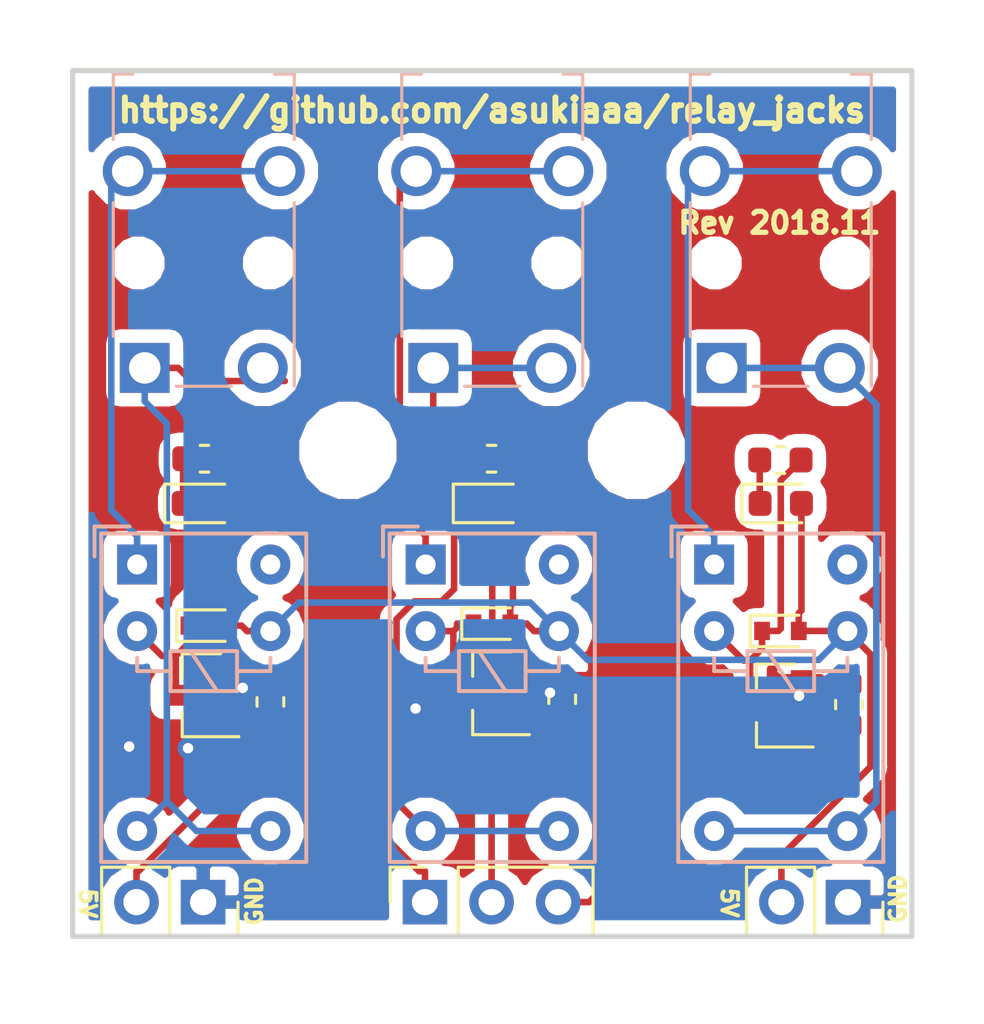
<source format=kicad_pcb>
(kicad_pcb (version 20171130) (host pcbnew 5.0.1-33cea8e~68~ubuntu18.04.1)

  (general
    (thickness 1.6)
    (drawings 10)
    (tracks 153)
    (zones 0)
    (modules 26)
    (nets 21)
  )

  (page A4)
  (layers
    (0 F.Cu signal)
    (31 B.Cu signal)
    (32 B.Adhes user)
    (33 F.Adhes user)
    (34 B.Paste user)
    (35 F.Paste user)
    (36 B.SilkS user)
    (37 F.SilkS user)
    (38 B.Mask user)
    (39 F.Mask user)
    (40 Dwgs.User user)
    (41 Cmts.User user)
    (42 Eco1.User user)
    (43 Eco2.User user)
    (44 Edge.Cuts user)
    (45 Margin user)
    (46 B.CrtYd user)
    (47 F.CrtYd user)
    (48 B.Fab user)
    (49 F.Fab user)
  )

  (setup
    (last_trace_width 0.25)
    (trace_clearance 0.2)
    (zone_clearance 0.508)
    (zone_45_only no)
    (trace_min 0.2)
    (segment_width 0.2)
    (edge_width 0.15)
    (via_size 0.8)
    (via_drill 0.4)
    (via_min_size 0.4)
    (via_min_drill 0.3)
    (uvia_size 0.3)
    (uvia_drill 0.1)
    (uvias_allowed no)
    (uvia_min_size 0.2)
    (uvia_min_drill 0.1)
    (pcb_text_width 0.3)
    (pcb_text_size 1.5 1.5)
    (mod_edge_width 0.15)
    (mod_text_size 1 1)
    (mod_text_width 0.15)
    (pad_size 2.7 2.7)
    (pad_drill 2.7)
    (pad_to_mask_clearance 0.2)
    (solder_mask_min_width 0.25)
    (aux_axis_origin 0 0)
    (visible_elements FFFFFF7F)
    (pcbplotparams
      (layerselection 0x010fc_ffffffff)
      (usegerberextensions false)
      (usegerberattributes false)
      (usegerberadvancedattributes false)
      (creategerberjobfile false)
      (excludeedgelayer true)
      (linewidth 0.100000)
      (plotframeref false)
      (viasonmask false)
      (mode 1)
      (useauxorigin false)
      (hpglpennumber 1)
      (hpglpenspeed 20)
      (hpglpendiameter 15.000000)
      (psnegative false)
      (psa4output false)
      (plotreference true)
      (plotvalue true)
      (plotinvisibletext false)
      (padsonsilk false)
      (subtractmaskfromsilk false)
      (outputformat 1)
      (mirror false)
      (drillshape 0)
      (scaleselection 1)
      (outputdirectory "gerbers"))
  )

  (net 0 "")
  (net 1 "Net-(D1-Pad1)")
  (net 2 +5V)
  (net 3 "Net-(D2-Pad1)")
  (net 4 SIG0)
  (net 5 SIG1)
  (net 6 SIG2)
  (net 7 GND)
  (net 8 "Net-(K1-Pad2)")
  (net 9 "Net-(J1-Pad4)")
  (net 10 "Net-(J1-Pad2)")
  (net 11 "Net-(D3-Pad1)")
  (net 12 "Net-(D4-Pad1)")
  (net 13 "Net-(D5-Pad1)")
  (net 14 "Net-(D6-Pad1)")
  (net 15 "Net-(J5-Pad2)")
  (net 16 "Net-(J5-Pad4)")
  (net 17 "Net-(J6-Pad4)")
  (net 18 "Net-(J6-Pad2)")
  (net 19 "Net-(K2-Pad2)")
  (net 20 "Net-(K3-Pad2)")

  (net_class Default "This is the default net class."
    (clearance 0.2)
    (trace_width 0.25)
    (via_dia 0.8)
    (via_drill 0.4)
    (uvia_dia 0.3)
    (uvia_drill 0.1)
    (add_net +5V)
    (add_net GND)
    (add_net "Net-(D1-Pad1)")
    (add_net "Net-(D2-Pad1)")
    (add_net "Net-(D3-Pad1)")
    (add_net "Net-(D4-Pad1)")
    (add_net "Net-(D5-Pad1)")
    (add_net "Net-(D6-Pad1)")
    (add_net "Net-(J1-Pad2)")
    (add_net "Net-(J1-Pad4)")
    (add_net "Net-(J5-Pad2)")
    (add_net "Net-(J5-Pad4)")
    (add_net "Net-(J6-Pad2)")
    (add_net "Net-(J6-Pad4)")
    (add_net "Net-(K1-Pad2)")
    (add_net "Net-(K2-Pad2)")
    (add_net "Net-(K3-Pad2)")
    (add_net SIG0)
    (add_net SIG1)
    (add_net SIG2)
  )

  (module Relay_THT:Relay_SPDT_HsinDa_Y14 (layer B.Cu) (tedit 5BBDE1F0) (tstamp 5BE038F0)
    (at 74.852 105.696 270)
    (descr http://www.hsinda.com.cn/en/ProductShow.asp?ID=208)
    (tags "Relay Y14")
    (path /5BBDC6AC)
    (fp_text reference K1 (at 5.08 2.2098 270) (layer B.SilkS) hide
      (effects (font (size 1 1) (thickness 0.15)) (justify mirror))
    )
    (fp_text value Y14x-1C-xxDS (at 5.08 -7.3914 270) (layer B.Fab)
      (effects (font (size 1 1) (thickness 0.15)) (justify mirror))
    )
    (fp_line (start -1.18 1.37) (end -1.18 -6.45) (layer B.SilkS) (width 0.15))
    (fp_line (start -1.18 -6.45) (end 11.34 -6.45) (layer B.SilkS) (width 0.15))
    (fp_line (start 11.34 -6.45) (end 11.34 1.37) (layer B.SilkS) (width 0.15))
    (fp_line (start 11.34 1.37) (end -1.18 1.37) (layer B.SilkS) (width 0.15))
    (fp_text user %R (at 7.874 -2.54 270) (layer B.Fab)
      (effects (font (size 1 1) (thickness 0.15)) (justify mirror))
    )
    (fp_line (start 11.23 -6.34) (end -1.07 -6.34) (layer B.Fab) (width 0.15))
    (fp_line (start -1.07 -6.34) (end -1.07 0.5461) (layer B.Fab) (width 0.15))
    (fp_line (start -0.381 1.26) (end 11.23 1.26) (layer B.Fab) (width 0.15))
    (fp_line (start 11.23 1.26) (end 11.23 -6.34) (layer B.Fab) (width 0.15))
    (fp_line (start 11.48 1.51) (end -1.32 1.51) (layer B.CrtYd) (width 0.05))
    (fp_line (start -1.32 1.51) (end -1.32 -6.59) (layer B.CrtYd) (width 0.05))
    (fp_line (start -1.32 -6.59) (end 11.48 -6.59) (layer B.CrtYd) (width 0.05))
    (fp_line (start 11.48 -6.59) (end 11.48 1.51) (layer B.CrtYd) (width 0.05))
    (fp_line (start -0.381 1.2446) (end -1.0795 0.5461) (layer B.Fab) (width 0.15))
    (fp_line (start -0.3048 1.6256) (end -1.4478 1.6256) (layer B.SilkS) (width 0.15))
    (fp_line (start -1.4478 1.6256) (end -1.4478 0.2921) (layer B.SilkS) (width 0.15))
    (fp_line (start 3.556 0) (end 4.064 0) (layer B.SilkS) (width 0.15))
    (fp_line (start 4.064 0) (end 4.064 -1.27) (layer B.SilkS) (width 0.15))
    (fp_line (start 4.064 -3.81) (end 4.064 -5.08) (layer B.SilkS) (width 0.15))
    (fp_line (start 4.064 -5.08) (end 3.556 -5.08) (layer B.SilkS) (width 0.15))
    (fp_line (start 3.302 -1.27) (end 4.826 -1.27) (layer B.SilkS) (width 0.15))
    (fp_line (start 4.826 -1.27) (end 4.826 -3.81) (layer B.SilkS) (width 0.15))
    (fp_line (start 4.826 -3.81) (end 3.302 -3.81) (layer B.SilkS) (width 0.15))
    (fp_line (start 3.302 -3.81) (end 3.302 -1.27) (layer B.SilkS) (width 0.15))
    (fp_line (start 3.302 -2.032) (end 4.826 -3.048) (layer B.SilkS) (width 0.15))
    (pad 1 thru_hole rect (at 0 0 270) (size 1.524 1.524) (drill 0.762) (layers *.Cu *.Mask)
      (net 9 "Net-(J1-Pad4)"))
    (pad 2 thru_hole circle (at 0 -5.08 270) (size 1.524 1.524) (drill 0.762) (layers *.Cu *.Mask)
      (net 8 "Net-(K1-Pad2)"))
    (pad 3 thru_hole circle (at 2.54 0 270) (size 1.524 1.524) (drill 0.762) (layers *.Cu *.Mask)
      (net 3 "Net-(D2-Pad1)"))
    (pad 4 thru_hole circle (at 2.54 -5.08 270) (size 1.524 1.524) (drill 0.762) (layers *.Cu *.Mask)
      (net 2 +5V))
    (pad 5 thru_hole circle (at 10.16 0 270) (size 1.524 1.524) (drill 0.762) (layers *.Cu *.Mask)
      (net 10 "Net-(J1-Pad2)"))
    (pad 6 thru_hole circle (at 10.16 -5.08 270) (size 1.524 1.524) (drill 0.762) (layers *.Cu *.Mask)
      (net 10 "Net-(J1-Pad2)"))
    (model ${KISYS3DMOD}/Relay_THT.3dshapes/Relay_SPDT_HsinDa_Y14.wrl
      (at (xyz 0 0 0))
      (scale (xyz 1 1 1))
      (rotate (xyz 0 0 0))
    )
  )

  (module Connector_Audio:Jack_3.5mm_Switronic_ST-005-G_horizontal (layer B.Cu) (tedit 5BBDF494) (tstamp 5BEBCB63)
    (at 88.392 91.702 270)
    (descr http://akizukidenshi.com/download/ds/switronic/ST-005-G.pdf)
    (tags "Connector Audio Switronic ST-005-G")
    (path /5BBEE35C)
    (fp_text reference J5 (at 0 4.5 270) (layer B.SilkS) hide
      (effects (font (size 1 1) (thickness 0.15)) (justify mirror))
    )
    (fp_text value AudioJack3_Ground (at 0 -4.5 270) (layer B.Fab)
      (effects (font (size 1 1) (thickness 0.15)) (justify mirror))
    )
    (fp_text user %R (at 0 0 270) (layer B.Fab)
      (effects (font (size 0.7 0.7) (thickness 0.1)) (justify mirror))
    )
    (fp_line (start 7.2 1.05) (end 7.2 -1.05) (layer B.SilkS) (width 0.12))
    (fp_line (start 0.2 -3.45) (end 7.2 -3.45) (layer B.SilkS) (width 0.12))
    (fp_line (start 0.2 3.45) (end 5.3 3.45) (layer B.SilkS) (width 0.12))
    (fp_line (start -4.7 3.45) (end -2.2 3.45) (layer B.SilkS) (width 0.12))
    (fp_line (start -4.7 2.7) (end -4.7 3.45) (layer B.SilkS) (width 0.12))
    (fp_line (start -4.7 -3.45) (end -4.7 -2.7) (layer B.SilkS) (width 0.12))
    (fp_line (start -2.2 -3.45) (end -4.7 -3.45) (layer B.SilkS) (width 0.12))
    (fp_line (start -7 -2.5) (end -7 2.5) (layer B.Fab) (width 0.1))
    (fp_line (start -4.5 -2.5) (end -7 -2.5) (layer B.Fab) (width 0.1))
    (fp_line (start -4.5 -3.25) (end -4.5 -2.5) (layer B.Fab) (width 0.1))
    (fp_line (start 7 -3.25) (end -4.5 -3.25) (layer B.Fab) (width 0.1))
    (fp_line (start 7 3.25) (end 7 -3.25) (layer B.Fab) (width 0.1))
    (fp_line (start -4.5 3.25) (end 7 3.25) (layer B.Fab) (width 0.1))
    (fp_line (start -4.5 2.5) (end -4.5 3.25) (layer B.Fab) (width 0.1))
    (fp_line (start -7 2.5) (end -4.5 2.5) (layer B.Fab) (width 0.1))
    (fp_line (start 7.5 3.75) (end -7.5 3.75) (layer B.CrtYd) (width 0.05))
    (fp_line (start 7.5 -3.75) (end 7.5 3.75) (layer B.CrtYd) (width 0.05))
    (fp_line (start -7.5 -3.75) (end 7.5 -3.75) (layer B.CrtYd) (width 0.05))
    (fp_line (start -7.5 3.75) (end -7.5 -3.75) (layer B.CrtYd) (width 0.05))
    (fp_circle (center 6.5 1.05) (end 6.8 1.05) (layer B.Fab) (width 0.1))
    (pad "" np_thru_hole circle (at 2.5 2.5 270) (size 1 1) (drill 1) (layers *.Cu *.Mask))
    (pad "" np_thru_hole circle (at 2.5 -2.5 270) (size 1 1) (drill 1) (layers *.Cu *.Mask))
    (pad 3 thru_hole circle (at 6.5 -2.25 270) (size 1.9 1.9) (drill 1.2) (layers *.Cu *.Mask)
      (net 15 "Net-(J5-Pad2)"))
    (pad 2 thru_hole rect (at 6.5 2.25 270) (size 1.9 1.9) (drill 1.2) (layers *.Cu *.Mask)
      (net 15 "Net-(J5-Pad2)"))
    (pad 4 thru_hole circle (at -1 -2.9 270) (size 1.9 1.9) (drill 1.2) (layers *.Cu *.Mask)
      (net 16 "Net-(J5-Pad4)"))
    (pad 4 thru_hole circle (at -1 2.9 270) (size 1.9 1.9) (drill 1.2) (layers *.Cu *.Mask)
      (net 16 "Net-(J5-Pad4)"))
    (model ${KISYS3DMOD}/Connector_Audio.3dshapes/Jack_3.5mm_Switronic_ST-005-G_horizontal.wrl
      (at (xyz 0 0 0))
      (scale (xyz 1 1 1))
      (rotate (xyz 0 0 0))
    )
  )

  (module Connector_Audio:Jack_3.5mm_Switronic_ST-005-G_horizontal (layer B.Cu) (tedit 5BBDF41D) (tstamp 5BEBCB82)
    (at 99.392 91.702 270)
    (descr http://akizukidenshi.com/download/ds/switronic/ST-005-G.pdf)
    (tags "Connector Audio Switronic ST-005-G")
    (path /5BBEFCA8)
    (fp_text reference J6 (at 0 4.5 270) (layer B.SilkS) hide
      (effects (font (size 1 1) (thickness 0.15)) (justify mirror))
    )
    (fp_text value AudioJack3_Ground (at 0 -4.5 270) (layer B.Fab)
      (effects (font (size 1 1) (thickness 0.15)) (justify mirror))
    )
    (fp_text user %R (at 0 0 270) (layer B.Fab)
      (effects (font (size 0.7 0.7) (thickness 0.1)) (justify mirror))
    )
    (fp_line (start 7.2 1.05) (end 7.2 -1.05) (layer B.SilkS) (width 0.12))
    (fp_line (start 0.2 -3.45) (end 7.2 -3.45) (layer B.SilkS) (width 0.12))
    (fp_line (start 0.2 3.45) (end 5.3 3.45) (layer B.SilkS) (width 0.12))
    (fp_line (start -4.7 3.45) (end -2.2 3.45) (layer B.SilkS) (width 0.12))
    (fp_line (start -4.7 2.7) (end -4.7 3.45) (layer B.SilkS) (width 0.12))
    (fp_line (start -4.7 -3.45) (end -4.7 -2.7) (layer B.SilkS) (width 0.12))
    (fp_line (start -2.2 -3.45) (end -4.7 -3.45) (layer B.SilkS) (width 0.12))
    (fp_line (start -7 -2.5) (end -7 2.5) (layer B.Fab) (width 0.1))
    (fp_line (start -4.5 -2.5) (end -7 -2.5) (layer B.Fab) (width 0.1))
    (fp_line (start -4.5 -3.25) (end -4.5 -2.5) (layer B.Fab) (width 0.1))
    (fp_line (start 7 -3.25) (end -4.5 -3.25) (layer B.Fab) (width 0.1))
    (fp_line (start 7 3.25) (end 7 -3.25) (layer B.Fab) (width 0.1))
    (fp_line (start -4.5 3.25) (end 7 3.25) (layer B.Fab) (width 0.1))
    (fp_line (start -4.5 2.5) (end -4.5 3.25) (layer B.Fab) (width 0.1))
    (fp_line (start -7 2.5) (end -4.5 2.5) (layer B.Fab) (width 0.1))
    (fp_line (start 7.5 3.75) (end -7.5 3.75) (layer B.CrtYd) (width 0.05))
    (fp_line (start 7.5 -3.75) (end 7.5 3.75) (layer B.CrtYd) (width 0.05))
    (fp_line (start -7.5 -3.75) (end 7.5 -3.75) (layer B.CrtYd) (width 0.05))
    (fp_line (start -7.5 3.75) (end -7.5 -3.75) (layer B.CrtYd) (width 0.05))
    (fp_circle (center 6.5 1.05) (end 6.8 1.05) (layer B.Fab) (width 0.1))
    (pad "" np_thru_hole circle (at 2.5 2.5 270) (size 1 1) (drill 1) (layers *.Cu *.Mask))
    (pad "" np_thru_hole circle (at 2.5 -2.5 270) (size 1 1) (drill 1) (layers *.Cu *.Mask))
    (pad 3 thru_hole circle (at 6.5 -2.25 270) (size 1.9 1.9) (drill 1.2) (layers *.Cu *.Mask)
      (net 18 "Net-(J6-Pad2)"))
    (pad 2 thru_hole rect (at 6.5 2.25 270) (size 1.9 1.9) (drill 1.2) (layers *.Cu *.Mask)
      (net 18 "Net-(J6-Pad2)"))
    (pad 4 thru_hole circle (at -1 -2.9 270) (size 1.9 1.9) (drill 1.2) (layers *.Cu *.Mask)
      (net 17 "Net-(J6-Pad4)"))
    (pad 4 thru_hole circle (at -1 2.9 270) (size 1.9 1.9) (drill 1.2) (layers *.Cu *.Mask)
      (net 17 "Net-(J6-Pad4)"))
    (model ${KISYS3DMOD}/Connector_Audio.3dshapes/Jack_3.5mm_Switronic_ST-005-G_horizontal.wrl
      (at (xyz 0 0 0))
      (scale (xyz 1 1 1))
      (rotate (xyz 0 0 0))
    )
  )

  (module Relay_THT:Relay_SPDT_HsinDa_Y14 (layer B.Cu) (tedit 5BBDE1EB) (tstamp 5BEBCBA5)
    (at 85.852 105.696 270)
    (descr http://www.hsinda.com.cn/en/ProductShow.asp?ID=208)
    (tags "Relay Y14")
    (path /5BBEE355)
    (fp_text reference K2 (at 5.08 2.2098 270) (layer B.SilkS) hide
      (effects (font (size 1 1) (thickness 0.15)) (justify mirror))
    )
    (fp_text value Y14x-1C-xxDS (at 5.08 -7.3914 270) (layer B.Fab)
      (effects (font (size 1 1) (thickness 0.15)) (justify mirror))
    )
    (fp_line (start 3.302 -2.032) (end 4.826 -3.048) (layer B.SilkS) (width 0.15))
    (fp_line (start 3.302 -3.81) (end 3.302 -1.27) (layer B.SilkS) (width 0.15))
    (fp_line (start 4.826 -3.81) (end 3.302 -3.81) (layer B.SilkS) (width 0.15))
    (fp_line (start 4.826 -1.27) (end 4.826 -3.81) (layer B.SilkS) (width 0.15))
    (fp_line (start 3.302 -1.27) (end 4.826 -1.27) (layer B.SilkS) (width 0.15))
    (fp_line (start 4.064 -5.08) (end 3.556 -5.08) (layer B.SilkS) (width 0.15))
    (fp_line (start 4.064 -3.81) (end 4.064 -5.08) (layer B.SilkS) (width 0.15))
    (fp_line (start 4.064 0) (end 4.064 -1.27) (layer B.SilkS) (width 0.15))
    (fp_line (start 3.556 0) (end 4.064 0) (layer B.SilkS) (width 0.15))
    (fp_line (start -1.4478 1.6256) (end -1.4478 0.2921) (layer B.SilkS) (width 0.15))
    (fp_line (start -0.3048 1.6256) (end -1.4478 1.6256) (layer B.SilkS) (width 0.15))
    (fp_line (start -0.381 1.2446) (end -1.0795 0.5461) (layer B.Fab) (width 0.15))
    (fp_line (start 11.48 -6.59) (end 11.48 1.51) (layer B.CrtYd) (width 0.05))
    (fp_line (start -1.32 -6.59) (end 11.48 -6.59) (layer B.CrtYd) (width 0.05))
    (fp_line (start -1.32 1.51) (end -1.32 -6.59) (layer B.CrtYd) (width 0.05))
    (fp_line (start 11.48 1.51) (end -1.32 1.51) (layer B.CrtYd) (width 0.05))
    (fp_line (start 11.23 1.26) (end 11.23 -6.34) (layer B.Fab) (width 0.15))
    (fp_line (start -0.381 1.26) (end 11.23 1.26) (layer B.Fab) (width 0.15))
    (fp_line (start -1.07 -6.34) (end -1.07 0.5461) (layer B.Fab) (width 0.15))
    (fp_line (start 11.23 -6.34) (end -1.07 -6.34) (layer B.Fab) (width 0.15))
    (fp_text user %R (at 7.874 -2.54 270) (layer B.Fab)
      (effects (font (size 1 1) (thickness 0.15)) (justify mirror))
    )
    (fp_line (start 11.34 1.37) (end -1.18 1.37) (layer B.SilkS) (width 0.15))
    (fp_line (start 11.34 -6.45) (end 11.34 1.37) (layer B.SilkS) (width 0.15))
    (fp_line (start -1.18 -6.45) (end 11.34 -6.45) (layer B.SilkS) (width 0.15))
    (fp_line (start -1.18 1.37) (end -1.18 -6.45) (layer B.SilkS) (width 0.15))
    (pad 6 thru_hole circle (at 10.16 -5.08 270) (size 1.524 1.524) (drill 0.762) (layers *.Cu *.Mask)
      (net 15 "Net-(J5-Pad2)"))
    (pad 5 thru_hole circle (at 10.16 0 270) (size 1.524 1.524) (drill 0.762) (layers *.Cu *.Mask)
      (net 15 "Net-(J5-Pad2)"))
    (pad 4 thru_hole circle (at 2.54 -5.08 270) (size 1.524 1.524) (drill 0.762) (layers *.Cu *.Mask)
      (net 2 +5V))
    (pad 3 thru_hole circle (at 2.54 0 270) (size 1.524 1.524) (drill 0.762) (layers *.Cu *.Mask)
      (net 12 "Net-(D4-Pad1)"))
    (pad 2 thru_hole circle (at 0 -5.08 270) (size 1.524 1.524) (drill 0.762) (layers *.Cu *.Mask)
      (net 19 "Net-(K2-Pad2)"))
    (pad 1 thru_hole rect (at 0 0 270) (size 1.524 1.524) (drill 0.762) (layers *.Cu *.Mask)
      (net 16 "Net-(J5-Pad4)"))
    (model ${KISYS3DMOD}/Relay_THT.3dshapes/Relay_SPDT_HsinDa_Y14.wrl
      (at (xyz 0 0 0))
      (scale (xyz 1 1 1))
      (rotate (xyz 0 0 0))
    )
  )

  (module Connector_Audio:Jack_3.5mm_Switronic_ST-005-G_horizontal (layer B.Cu) (tedit 5BBDF498) (tstamp 5BE0388A)
    (at 77.392 91.702 270)
    (descr http://akizukidenshi.com/download/ds/switronic/ST-005-G.pdf)
    (tags "Connector Audio Switronic ST-005-G")
    (path /5BBDC781)
    (fp_text reference J1 (at 0 4.5 270) (layer B.SilkS) hide
      (effects (font (size 1 1) (thickness 0.15)) (justify mirror))
    )
    (fp_text value AudioJack3_Ground (at 0 -4.5 270) (layer B.Fab)
      (effects (font (size 1 1) (thickness 0.15)) (justify mirror))
    )
    (fp_text user %R (at 0 0 270) (layer B.Fab)
      (effects (font (size 0.7 0.7) (thickness 0.1)) (justify mirror))
    )
    (fp_line (start 7.2 1.05) (end 7.2 -1.05) (layer B.SilkS) (width 0.12))
    (fp_line (start 0.2 -3.45) (end 7.2 -3.45) (layer B.SilkS) (width 0.12))
    (fp_line (start 0.2 3.45) (end 5.3 3.45) (layer B.SilkS) (width 0.12))
    (fp_line (start -4.7 3.45) (end -2.2 3.45) (layer B.SilkS) (width 0.12))
    (fp_line (start -4.7 2.7) (end -4.7 3.45) (layer B.SilkS) (width 0.12))
    (fp_line (start -4.7 -3.45) (end -4.7 -2.7) (layer B.SilkS) (width 0.12))
    (fp_line (start -2.2 -3.45) (end -4.7 -3.45) (layer B.SilkS) (width 0.12))
    (fp_line (start -7 -2.5) (end -7 2.5) (layer B.Fab) (width 0.1))
    (fp_line (start -4.5 -2.5) (end -7 -2.5) (layer B.Fab) (width 0.1))
    (fp_line (start -4.5 -3.25) (end -4.5 -2.5) (layer B.Fab) (width 0.1))
    (fp_line (start 7 -3.25) (end -4.5 -3.25) (layer B.Fab) (width 0.1))
    (fp_line (start 7 3.25) (end 7 -3.25) (layer B.Fab) (width 0.1))
    (fp_line (start -4.5 3.25) (end 7 3.25) (layer B.Fab) (width 0.1))
    (fp_line (start -4.5 2.5) (end -4.5 3.25) (layer B.Fab) (width 0.1))
    (fp_line (start -7 2.5) (end -4.5 2.5) (layer B.Fab) (width 0.1))
    (fp_line (start 7.5 3.75) (end -7.5 3.75) (layer B.CrtYd) (width 0.05))
    (fp_line (start 7.5 -3.75) (end 7.5 3.75) (layer B.CrtYd) (width 0.05))
    (fp_line (start -7.5 -3.75) (end 7.5 -3.75) (layer B.CrtYd) (width 0.05))
    (fp_line (start -7.5 3.75) (end -7.5 -3.75) (layer B.CrtYd) (width 0.05))
    (fp_circle (center 6.5 1.05) (end 6.8 1.05) (layer B.Fab) (width 0.1))
    (pad "" np_thru_hole circle (at 2.5 2.5 270) (size 1 1) (drill 1) (layers *.Cu *.Mask))
    (pad "" np_thru_hole circle (at 2.5 -2.5 270) (size 1 1) (drill 1) (layers *.Cu *.Mask))
    (pad 3 thru_hole circle (at 6.5 -2.25 270) (size 1.9 1.9) (drill 1.2) (layers *.Cu *.Mask)
      (net 10 "Net-(J1-Pad2)"))
    (pad 2 thru_hole rect (at 6.5 2.25 270) (size 1.9 1.9) (drill 1.2) (layers *.Cu *.Mask)
      (net 10 "Net-(J1-Pad2)"))
    (pad 4 thru_hole circle (at -1 -2.9 270) (size 1.9 1.9) (drill 1.2) (layers *.Cu *.Mask)
      (net 9 "Net-(J1-Pad4)"))
    (pad 4 thru_hole circle (at -1 2.9 270) (size 1.9 1.9) (drill 1.2) (layers *.Cu *.Mask)
      (net 9 "Net-(J1-Pad4)"))
    (model ${KISYS3DMOD}/Connector_Audio.3dshapes/Jack_3.5mm_Switronic_ST-005-G_horizontal.wrl
      (at (xyz 0 0 0))
      (scale (xyz 1 1 1))
      (rotate (xyz 0 0 0))
    )
  )

  (module LED_SMD:LED_0603_1608Metric (layer F.Cu) (tedit 5BBDF44E) (tstamp 5BE03853)
    (at 77.392 103.368)
    (descr "LED SMD 0603 (1608 Metric), square (rectangular) end terminal, IPC_7351 nominal, (Body size source: http://www.tortai-tech.com/upload/download/2011102023233369053.pdf), generated with kicad-footprint-generator")
    (tags diode)
    (path /5BBE0DF3)
    (attr smd)
    (fp_text reference D1 (at 0 -1.43) (layer F.SilkS) hide
      (effects (font (size 1 1) (thickness 0.15)))
    )
    (fp_text value LED (at 0 1.43) (layer F.Fab)
      (effects (font (size 1 1) (thickness 0.15)))
    )
    (fp_line (start 0.8 -0.4) (end -0.5 -0.4) (layer F.Fab) (width 0.1))
    (fp_line (start -0.5 -0.4) (end -0.8 -0.1) (layer F.Fab) (width 0.1))
    (fp_line (start -0.8 -0.1) (end -0.8 0.4) (layer F.Fab) (width 0.1))
    (fp_line (start -0.8 0.4) (end 0.8 0.4) (layer F.Fab) (width 0.1))
    (fp_line (start 0.8 0.4) (end 0.8 -0.4) (layer F.Fab) (width 0.1))
    (fp_line (start 0.8 -0.735) (end -1.485 -0.735) (layer F.SilkS) (width 0.12))
    (fp_line (start -1.485 -0.735) (end -1.485 0.735) (layer F.SilkS) (width 0.12))
    (fp_line (start -1.485 0.735) (end 0.8 0.735) (layer F.SilkS) (width 0.12))
    (fp_line (start -1.48 0.73) (end -1.48 -0.73) (layer F.CrtYd) (width 0.05))
    (fp_line (start -1.48 -0.73) (end 1.48 -0.73) (layer F.CrtYd) (width 0.05))
    (fp_line (start 1.48 -0.73) (end 1.48 0.73) (layer F.CrtYd) (width 0.05))
    (fp_line (start 1.48 0.73) (end -1.48 0.73) (layer F.CrtYd) (width 0.05))
    (fp_text user %R (at 0 0) (layer F.Fab)
      (effects (font (size 0.4 0.4) (thickness 0.06)))
    )
    (pad 1 smd roundrect (at -0.7875 0) (size 0.875 0.95) (layers F.Cu F.Paste F.Mask) (roundrect_rratio 0.25)
      (net 1 "Net-(D1-Pad1)"))
    (pad 2 smd roundrect (at 0.7875 0) (size 0.875 0.95) (layers F.Cu F.Paste F.Mask) (roundrect_rratio 0.25)
      (net 2 +5V))
    (model ${KISYS3DMOD}/LED_SMD.3dshapes/LED_0603_1608Metric.wrl
      (at (xyz 0 0 0))
      (scale (xyz 1 1 1))
      (rotate (xyz 0 0 0))
    )
  )

  (module Diode_SMD:D_SOD-523 (layer F.Cu) (tedit 5BBDF48D) (tstamp 5BE0386B)
    (at 77.5081 108.026)
    (descr "http://www.diodes.com/datasheets/ap02001.pdf p.144")
    (tags "Diode SOD523")
    (path /5BBE0D66)
    (attr smd)
    (fp_text reference D2 (at 0 -1.3) (layer F.SilkS) hide
      (effects (font (size 1 1) (thickness 0.15)))
    )
    (fp_text value DIODE (at 0 1.4) (layer F.Fab)
      (effects (font (size 1 1) (thickness 0.15)))
    )
    (fp_text user %R (at 0 -1.3) (layer F.Fab)
      (effects (font (size 1 1) (thickness 0.15)))
    )
    (fp_line (start -1.15 -0.6) (end -1.15 0.6) (layer F.SilkS) (width 0.12))
    (fp_line (start 1.25 -0.7) (end 1.25 0.7) (layer F.CrtYd) (width 0.05))
    (fp_line (start -1.25 -0.7) (end 1.25 -0.7) (layer F.CrtYd) (width 0.05))
    (fp_line (start -1.25 0.7) (end -1.25 -0.7) (layer F.CrtYd) (width 0.05))
    (fp_line (start 1.25 0.7) (end -1.25 0.7) (layer F.CrtYd) (width 0.05))
    (fp_line (start 0.1 0) (end 0.25 0) (layer F.Fab) (width 0.1))
    (fp_line (start 0.1 -0.2) (end -0.2 0) (layer F.Fab) (width 0.1))
    (fp_line (start 0.1 0.2) (end 0.1 -0.2) (layer F.Fab) (width 0.1))
    (fp_line (start -0.2 0) (end 0.1 0.2) (layer F.Fab) (width 0.1))
    (fp_line (start -0.2 0) (end -0.35 0) (layer F.Fab) (width 0.1))
    (fp_line (start -0.2 0.2) (end -0.2 -0.2) (layer F.Fab) (width 0.1))
    (fp_line (start 0.65 -0.45) (end 0.65 0.45) (layer F.Fab) (width 0.1))
    (fp_line (start -0.65 -0.45) (end 0.65 -0.45) (layer F.Fab) (width 0.1))
    (fp_line (start -0.65 0.45) (end -0.65 -0.45) (layer F.Fab) (width 0.1))
    (fp_line (start 0.65 0.45) (end -0.65 0.45) (layer F.Fab) (width 0.1))
    (fp_line (start 0.7 -0.6) (end -1.15 -0.6) (layer F.SilkS) (width 0.12))
    (fp_line (start 0.7 0.6) (end -1.15 0.6) (layer F.SilkS) (width 0.12))
    (pad 2 smd rect (at 0.7 0 180) (size 0.6 0.7) (layers F.Cu F.Paste F.Mask)
      (net 2 +5V))
    (pad 1 smd rect (at -0.7 0 180) (size 0.6 0.7) (layers F.Cu F.Paste F.Mask)
      (net 3 "Net-(D2-Pad1)"))
    (model ${KISYS3DMOD}/Diode_SMD.3dshapes/D_SOD-523.wrl
      (at (xyz 0 0 0))
      (scale (xyz 1 1 1))
      (rotate (xyz 0 0 0))
    )
  )

  (module Connector_PinSocket_2.54mm:PinSocket_1x03_P2.54mm_Vertical (layer F.Cu) (tedit 5BBDE1DC) (tstamp 5BE038A1)
    (at 85.8266 118.567 90)
    (descr "Through hole straight socket strip, 1x03, 2.54mm pitch, single row (from Kicad 4.0.7), script generated")
    (tags "Through hole socket strip THT 1x03 2.54mm single row")
    (path /5BBDE6F9)
    (fp_text reference J2 (at 0 -2.77 90) (layer F.SilkS) hide
      (effects (font (size 1 1) (thickness 0.15)))
    )
    (fp_text value Conn_01x03 (at 0 7.85 90) (layer F.Fab)
      (effects (font (size 1 1) (thickness 0.15)))
    )
    (fp_line (start -1.27 -1.27) (end 0.635 -1.27) (layer F.Fab) (width 0.1))
    (fp_line (start 0.635 -1.27) (end 1.27 -0.635) (layer F.Fab) (width 0.1))
    (fp_line (start 1.27 -0.635) (end 1.27 6.35) (layer F.Fab) (width 0.1))
    (fp_line (start 1.27 6.35) (end -1.27 6.35) (layer F.Fab) (width 0.1))
    (fp_line (start -1.27 6.35) (end -1.27 -1.27) (layer F.Fab) (width 0.1))
    (fp_line (start -1.33 1.27) (end 1.33 1.27) (layer F.SilkS) (width 0.12))
    (fp_line (start -1.33 1.27) (end -1.33 6.41) (layer F.SilkS) (width 0.12))
    (fp_line (start -1.33 6.41) (end 1.33 6.41) (layer F.SilkS) (width 0.12))
    (fp_line (start 1.33 1.27) (end 1.33 6.41) (layer F.SilkS) (width 0.12))
    (fp_line (start 1.33 -1.33) (end 1.33 0) (layer F.SilkS) (width 0.12))
    (fp_line (start 0 -1.33) (end 1.33 -1.33) (layer F.SilkS) (width 0.12))
    (fp_line (start -1.8 -1.8) (end 1.75 -1.8) (layer F.CrtYd) (width 0.05))
    (fp_line (start 1.75 -1.8) (end 1.75 6.85) (layer F.CrtYd) (width 0.05))
    (fp_line (start 1.75 6.85) (end -1.8 6.85) (layer F.CrtYd) (width 0.05))
    (fp_line (start -1.8 6.85) (end -1.8 -1.8) (layer F.CrtYd) (width 0.05))
    (fp_text user %R (at 0 2.54 180) (layer F.Fab)
      (effects (font (size 1 1) (thickness 0.15)))
    )
    (pad 1 thru_hole rect (at 0 0 90) (size 1.7 1.7) (drill 1) (layers *.Cu *.Mask)
      (net 4 SIG0))
    (pad 2 thru_hole oval (at 0 2.54 90) (size 1.7 1.7) (drill 1) (layers *.Cu *.Mask)
      (net 5 SIG1))
    (pad 3 thru_hole oval (at 0 5.08 90) (size 1.7 1.7) (drill 1) (layers *.Cu *.Mask)
      (net 6 SIG2))
    (model ${KISYS3DMOD}/Connector_PinSocket_2.54mm.3dshapes/PinSocket_1x03_P2.54mm_Vertical.wrl
      (at (xyz 0 0 0))
      (scale (xyz 1 1 1))
      (rotate (xyz 0 0 0))
    )
  )

  (module Connector_PinSocket_2.54mm:PinSocket_1x02_P2.54mm_Vertical (layer F.Cu) (tedit 5BBDE1E0) (tstamp 5BE038B7)
    (at 77.3684 118.567 270)
    (descr "Through hole straight socket strip, 1x02, 2.54mm pitch, single row (from Kicad 4.0.7), script generated")
    (tags "Through hole socket strip THT 1x02 2.54mm single row")
    (path /5BBDE7E9)
    (fp_text reference J3 (at 0 -2.77 270) (layer F.SilkS) hide
      (effects (font (size 1 1) (thickness 0.15)))
    )
    (fp_text value Conn_01x02 (at 0 5.31 270) (layer F.Fab)
      (effects (font (size 1 1) (thickness 0.15)))
    )
    (fp_line (start -1.27 -1.27) (end 0.635 -1.27) (layer F.Fab) (width 0.1))
    (fp_line (start 0.635 -1.27) (end 1.27 -0.635) (layer F.Fab) (width 0.1))
    (fp_line (start 1.27 -0.635) (end 1.27 3.81) (layer F.Fab) (width 0.1))
    (fp_line (start 1.27 3.81) (end -1.27 3.81) (layer F.Fab) (width 0.1))
    (fp_line (start -1.27 3.81) (end -1.27 -1.27) (layer F.Fab) (width 0.1))
    (fp_line (start -1.33 1.27) (end 1.33 1.27) (layer F.SilkS) (width 0.12))
    (fp_line (start -1.33 1.27) (end -1.33 3.87) (layer F.SilkS) (width 0.12))
    (fp_line (start -1.33 3.87) (end 1.33 3.87) (layer F.SilkS) (width 0.12))
    (fp_line (start 1.33 1.27) (end 1.33 3.87) (layer F.SilkS) (width 0.12))
    (fp_line (start 1.33 -1.33) (end 1.33 0) (layer F.SilkS) (width 0.12))
    (fp_line (start 0 -1.33) (end 1.33 -1.33) (layer F.SilkS) (width 0.12))
    (fp_line (start -1.8 -1.8) (end 1.75 -1.8) (layer F.CrtYd) (width 0.05))
    (fp_line (start 1.75 -1.8) (end 1.75 4.3) (layer F.CrtYd) (width 0.05))
    (fp_line (start 1.75 4.3) (end -1.8 4.3) (layer F.CrtYd) (width 0.05))
    (fp_line (start -1.8 4.3) (end -1.8 -1.8) (layer F.CrtYd) (width 0.05))
    (fp_text user %R (at 0 1.27) (layer F.Fab)
      (effects (font (size 1 1) (thickness 0.15)))
    )
    (pad 1 thru_hole rect (at 0 0 270) (size 1.7 1.7) (drill 1) (layers *.Cu *.Mask)
      (net 7 GND))
    (pad 2 thru_hole oval (at 0 2.54 270) (size 1.7 1.7) (drill 1) (layers *.Cu *.Mask)
      (net 2 +5V))
    (model ${KISYS3DMOD}/Connector_PinSocket_2.54mm.3dshapes/PinSocket_1x02_P2.54mm_Vertical.wrl
      (at (xyz 0 0 0))
      (scale (xyz 1 1 1))
      (rotate (xyz 0 0 0))
    )
  )

  (module Connector_PinSocket_2.54mm:PinSocket_1x02_P2.54mm_Vertical (layer F.Cu) (tedit 5BBDE1E4) (tstamp 5BE038CD)
    (at 101.956 118.567 270)
    (descr "Through hole straight socket strip, 1x02, 2.54mm pitch, single row (from Kicad 4.0.7), script generated")
    (tags "Through hole socket strip THT 1x02 2.54mm single row")
    (path /5BBDE82D)
    (fp_text reference J4 (at 0 -2.77 270) (layer F.SilkS) hide
      (effects (font (size 1 1) (thickness 0.15)))
    )
    (fp_text value Conn_01x02 (at 0 5.31 270) (layer F.Fab)
      (effects (font (size 1 1) (thickness 0.15)))
    )
    (fp_text user %R (at 0 1.27) (layer F.Fab)
      (effects (font (size 1 1) (thickness 0.15)))
    )
    (fp_line (start -1.8 4.3) (end -1.8 -1.8) (layer F.CrtYd) (width 0.05))
    (fp_line (start 1.75 4.3) (end -1.8 4.3) (layer F.CrtYd) (width 0.05))
    (fp_line (start 1.75 -1.8) (end 1.75 4.3) (layer F.CrtYd) (width 0.05))
    (fp_line (start -1.8 -1.8) (end 1.75 -1.8) (layer F.CrtYd) (width 0.05))
    (fp_line (start 0 -1.33) (end 1.33 -1.33) (layer F.SilkS) (width 0.12))
    (fp_line (start 1.33 -1.33) (end 1.33 0) (layer F.SilkS) (width 0.12))
    (fp_line (start 1.33 1.27) (end 1.33 3.87) (layer F.SilkS) (width 0.12))
    (fp_line (start -1.33 3.87) (end 1.33 3.87) (layer F.SilkS) (width 0.12))
    (fp_line (start -1.33 1.27) (end -1.33 3.87) (layer F.SilkS) (width 0.12))
    (fp_line (start -1.33 1.27) (end 1.33 1.27) (layer F.SilkS) (width 0.12))
    (fp_line (start -1.27 3.81) (end -1.27 -1.27) (layer F.Fab) (width 0.1))
    (fp_line (start 1.27 3.81) (end -1.27 3.81) (layer F.Fab) (width 0.1))
    (fp_line (start 1.27 -0.635) (end 1.27 3.81) (layer F.Fab) (width 0.1))
    (fp_line (start 0.635 -1.27) (end 1.27 -0.635) (layer F.Fab) (width 0.1))
    (fp_line (start -1.27 -1.27) (end 0.635 -1.27) (layer F.Fab) (width 0.1))
    (pad 2 thru_hole oval (at 0 2.54 270) (size 1.7 1.7) (drill 1) (layers *.Cu *.Mask)
      (net 2 +5V))
    (pad 1 thru_hole rect (at 0 0 270) (size 1.7 1.7) (drill 1) (layers *.Cu *.Mask)
      (net 7 GND))
    (model ${KISYS3DMOD}/Connector_PinSocket_2.54mm.3dshapes/PinSocket_1x02_P2.54mm_Vertical.wrl
      (at (xyz 0 0 0))
      (scale (xyz 1 1 1))
      (rotate (xyz 0 0 0))
    )
  )

  (module Package_TO_SOT_SMD:SOT-23 (layer F.Cu) (tedit 5BBDF47B) (tstamp 5BE03905)
    (at 77.3303 110.68 180)
    (descr "SOT-23, Standard")
    (tags SOT-23)
    (path /5BBDD897)
    (attr smd)
    (fp_text reference Q1 (at 0 -2.5 180) (layer F.SilkS) hide
      (effects (font (size 1 1) (thickness 0.15)))
    )
    (fp_text value Q_NMOS_GSD (at 0 2.5 180) (layer F.Fab)
      (effects (font (size 1 1) (thickness 0.15)))
    )
    (fp_text user %R (at 0 0 270) (layer F.Fab)
      (effects (font (size 0.5 0.5) (thickness 0.075)))
    )
    (fp_line (start -0.7 -0.95) (end -0.7 1.5) (layer F.Fab) (width 0.1))
    (fp_line (start -0.15 -1.52) (end 0.7 -1.52) (layer F.Fab) (width 0.1))
    (fp_line (start -0.7 -0.95) (end -0.15 -1.52) (layer F.Fab) (width 0.1))
    (fp_line (start 0.7 -1.52) (end 0.7 1.52) (layer F.Fab) (width 0.1))
    (fp_line (start -0.7 1.52) (end 0.7 1.52) (layer F.Fab) (width 0.1))
    (fp_line (start 0.76 1.58) (end 0.76 0.65) (layer F.SilkS) (width 0.12))
    (fp_line (start 0.76 -1.58) (end 0.76 -0.65) (layer F.SilkS) (width 0.12))
    (fp_line (start -1.7 -1.75) (end 1.7 -1.75) (layer F.CrtYd) (width 0.05))
    (fp_line (start 1.7 -1.75) (end 1.7 1.75) (layer F.CrtYd) (width 0.05))
    (fp_line (start 1.7 1.75) (end -1.7 1.75) (layer F.CrtYd) (width 0.05))
    (fp_line (start -1.7 1.75) (end -1.7 -1.75) (layer F.CrtYd) (width 0.05))
    (fp_line (start 0.76 -1.58) (end -1.4 -1.58) (layer F.SilkS) (width 0.12))
    (fp_line (start 0.76 1.58) (end -0.7 1.58) (layer F.SilkS) (width 0.12))
    (pad 1 smd rect (at -1 -0.95 180) (size 0.9 0.8) (layers F.Cu F.Paste F.Mask)
      (net 4 SIG0))
    (pad 2 smd rect (at -1 0.95 180) (size 0.9 0.8) (layers F.Cu F.Paste F.Mask)
      (net 7 GND))
    (pad 3 smd rect (at 1 0 180) (size 0.9 0.8) (layers F.Cu F.Paste F.Mask)
      (net 3 "Net-(D2-Pad1)"))
    (model ${KISYS3DMOD}/Package_TO_SOT_SMD.3dshapes/SOT-23.wrl
      (at (xyz 0 0 0))
      (scale (xyz 1 1 1))
      (rotate (xyz 0 0 0))
    )
  )

  (module Resistor_SMD:R_0603_1608Metric (layer F.Cu) (tedit 5BBDF447) (tstamp 5BE03916)
    (at 77.4191 101.664 180)
    (descr "Resistor SMD 0603 (1608 Metric), square (rectangular) end terminal, IPC_7351 nominal, (Body size source: http://www.tortai-tech.com/upload/download/2011102023233369053.pdf), generated with kicad-footprint-generator")
    (tags resistor)
    (path /5BBE0E8A)
    (attr smd)
    (fp_text reference R1 (at 0 -1.43 180) (layer F.SilkS) hide
      (effects (font (size 1 1) (thickness 0.15)))
    )
    (fp_text value 1k (at 0 1.43 180) (layer F.Fab)
      (effects (font (size 1 1) (thickness 0.15)))
    )
    (fp_text user %R (at 0 0 180) (layer F.Fab)
      (effects (font (size 0.4 0.4) (thickness 0.06)))
    )
    (fp_line (start 1.48 0.73) (end -1.48 0.73) (layer F.CrtYd) (width 0.05))
    (fp_line (start 1.48 -0.73) (end 1.48 0.73) (layer F.CrtYd) (width 0.05))
    (fp_line (start -1.48 -0.73) (end 1.48 -0.73) (layer F.CrtYd) (width 0.05))
    (fp_line (start -1.48 0.73) (end -1.48 -0.73) (layer F.CrtYd) (width 0.05))
    (fp_line (start -0.162779 0.51) (end 0.162779 0.51) (layer F.SilkS) (width 0.12))
    (fp_line (start -0.162779 -0.51) (end 0.162779 -0.51) (layer F.SilkS) (width 0.12))
    (fp_line (start 0.8 0.4) (end -0.8 0.4) (layer F.Fab) (width 0.1))
    (fp_line (start 0.8 -0.4) (end 0.8 0.4) (layer F.Fab) (width 0.1))
    (fp_line (start -0.8 -0.4) (end 0.8 -0.4) (layer F.Fab) (width 0.1))
    (fp_line (start -0.8 0.4) (end -0.8 -0.4) (layer F.Fab) (width 0.1))
    (pad 2 smd roundrect (at 0.7875 0 180) (size 0.875 0.95) (layers F.Cu F.Paste F.Mask) (roundrect_rratio 0.25)
      (net 1 "Net-(D1-Pad1)"))
    (pad 1 smd roundrect (at -0.7875 0 180) (size 0.875 0.95) (layers F.Cu F.Paste F.Mask) (roundrect_rratio 0.25)
      (net 3 "Net-(D2-Pad1)"))
    (model ${KISYS3DMOD}/Resistor_SMD.3dshapes/R_0603_1608Metric.wrl
      (at (xyz 0 0 0))
      (scale (xyz 1 1 1))
      (rotate (xyz 0 0 0))
    )
  )

  (module Resistor_SMD:R_0603_1608Metric (layer F.Cu) (tedit 5BBDF476) (tstamp 5BE03927)
    (at 79.9338 110.934 90)
    (descr "Resistor SMD 0603 (1608 Metric), square (rectangular) end terminal, IPC_7351 nominal, (Body size source: http://www.tortai-tech.com/upload/download/2011102023233369053.pdf), generated with kicad-footprint-generator")
    (tags resistor)
    (path /5BBDDCBD)
    (attr smd)
    (fp_text reference R2 (at 0 -1.43 90) (layer F.SilkS) hide
      (effects (font (size 1 1) (thickness 0.15)))
    )
    (fp_text value 1k (at 0 1.43 90) (layer F.Fab)
      (effects (font (size 1 1) (thickness 0.15)))
    )
    (fp_line (start -0.8 0.4) (end -0.8 -0.4) (layer F.Fab) (width 0.1))
    (fp_line (start -0.8 -0.4) (end 0.8 -0.4) (layer F.Fab) (width 0.1))
    (fp_line (start 0.8 -0.4) (end 0.8 0.4) (layer F.Fab) (width 0.1))
    (fp_line (start 0.8 0.4) (end -0.8 0.4) (layer F.Fab) (width 0.1))
    (fp_line (start -0.162779 -0.51) (end 0.162779 -0.51) (layer F.SilkS) (width 0.12))
    (fp_line (start -0.162779 0.51) (end 0.162779 0.51) (layer F.SilkS) (width 0.12))
    (fp_line (start -1.48 0.73) (end -1.48 -0.73) (layer F.CrtYd) (width 0.05))
    (fp_line (start -1.48 -0.73) (end 1.48 -0.73) (layer F.CrtYd) (width 0.05))
    (fp_line (start 1.48 -0.73) (end 1.48 0.73) (layer F.CrtYd) (width 0.05))
    (fp_line (start 1.48 0.73) (end -1.48 0.73) (layer F.CrtYd) (width 0.05))
    (fp_text user %R (at 0 0 90) (layer F.Fab)
      (effects (font (size 0.4 0.4) (thickness 0.06)))
    )
    (pad 1 smd roundrect (at -0.7875 0 90) (size 0.875 0.95) (layers F.Cu F.Paste F.Mask) (roundrect_rratio 0.25)
      (net 4 SIG0))
    (pad 2 smd roundrect (at 0.7875 0 90) (size 0.875 0.95) (layers F.Cu F.Paste F.Mask) (roundrect_rratio 0.25)
      (net 7 GND))
    (model ${KISYS3DMOD}/Resistor_SMD.3dshapes/R_0603_1608Metric.wrl
      (at (xyz 0 0 0))
      (scale (xyz 1 1 1))
      (rotate (xyz 0 0 0))
    )
  )

  (module LED_SMD:LED_0603_1608Metric (layer F.Cu) (tedit 5BBDF4B0) (tstamp 5BEBCB01)
    (at 88.392 103.368)
    (descr "LED SMD 0603 (1608 Metric), square (rectangular) end terminal, IPC_7351 nominal, (Body size source: http://www.tortai-tech.com/upload/download/2011102023233369053.pdf), generated with kicad-footprint-generator")
    (tags diode)
    (path /5BBEE39C)
    (attr smd)
    (fp_text reference D3 (at 0 -1.43) (layer F.SilkS) hide
      (effects (font (size 1 1) (thickness 0.15)))
    )
    (fp_text value LED (at -0.0127 1.4197) (layer F.Fab)
      (effects (font (size 1 1) (thickness 0.15)))
    )
    (fp_line (start 0.8 -0.4) (end -0.5 -0.4) (layer F.Fab) (width 0.1))
    (fp_line (start -0.5 -0.4) (end -0.8 -0.1) (layer F.Fab) (width 0.1))
    (fp_line (start -0.8 -0.1) (end -0.8 0.4) (layer F.Fab) (width 0.1))
    (fp_line (start -0.8 0.4) (end 0.8 0.4) (layer F.Fab) (width 0.1))
    (fp_line (start 0.8 0.4) (end 0.8 -0.4) (layer F.Fab) (width 0.1))
    (fp_line (start 0.8 -0.735) (end -1.485 -0.735) (layer F.SilkS) (width 0.12))
    (fp_line (start -1.485 -0.735) (end -1.485 0.735) (layer F.SilkS) (width 0.12))
    (fp_line (start -1.485 0.735) (end 0.8 0.735) (layer F.SilkS) (width 0.12))
    (fp_line (start -1.48 0.73) (end -1.48 -0.73) (layer F.CrtYd) (width 0.05))
    (fp_line (start -1.48 -0.73) (end 1.48 -0.73) (layer F.CrtYd) (width 0.05))
    (fp_line (start 1.48 -0.73) (end 1.48 0.73) (layer F.CrtYd) (width 0.05))
    (fp_line (start 1.48 0.73) (end -1.48 0.73) (layer F.CrtYd) (width 0.05))
    (fp_text user %R (at 0 0) (layer F.Fab)
      (effects (font (size 0.4 0.4) (thickness 0.06)))
    )
    (pad 1 smd roundrect (at -0.7875 0) (size 0.875 0.95) (layers F.Cu F.Paste F.Mask) (roundrect_rratio 0.25)
      (net 11 "Net-(D3-Pad1)"))
    (pad 2 smd roundrect (at 0.7875 0) (size 0.875 0.95) (layers F.Cu F.Paste F.Mask) (roundrect_rratio 0.25)
      (net 2 +5V))
    (model ${KISYS3DMOD}/LED_SMD.3dshapes/LED_0603_1608Metric.wrl
      (at (xyz 0 0 0))
      (scale (xyz 1 1 1))
      (rotate (xyz 0 0 0))
    )
  )

  (module Diode_SMD:D_SOD-523 (layer F.Cu) (tedit 5BBDF47F) (tstamp 5BEBCB19)
    (at 88.3778 107.95)
    (descr "http://www.diodes.com/datasheets/ap02001.pdf p.144")
    (tags "Diode SOD523")
    (path /5BBEE395)
    (attr smd)
    (fp_text reference D4 (at 0 -1.3) (layer F.SilkS) hide
      (effects (font (size 1 1) (thickness 0.15)))
    )
    (fp_text value DIODE (at 0 1.4) (layer F.Fab)
      (effects (font (size 1 1) (thickness 0.15)))
    )
    (fp_text user %R (at 0 -1.3) (layer F.Fab)
      (effects (font (size 1 1) (thickness 0.15)))
    )
    (fp_line (start -1.15 -0.6) (end -1.15 0.6) (layer F.SilkS) (width 0.12))
    (fp_line (start 1.25 -0.7) (end 1.25 0.7) (layer F.CrtYd) (width 0.05))
    (fp_line (start -1.25 -0.7) (end 1.25 -0.7) (layer F.CrtYd) (width 0.05))
    (fp_line (start -1.25 0.7) (end -1.25 -0.7) (layer F.CrtYd) (width 0.05))
    (fp_line (start 1.25 0.7) (end -1.25 0.7) (layer F.CrtYd) (width 0.05))
    (fp_line (start 0.1 0) (end 0.25 0) (layer F.Fab) (width 0.1))
    (fp_line (start 0.1 -0.2) (end -0.2 0) (layer F.Fab) (width 0.1))
    (fp_line (start 0.1 0.2) (end 0.1 -0.2) (layer F.Fab) (width 0.1))
    (fp_line (start -0.2 0) (end 0.1 0.2) (layer F.Fab) (width 0.1))
    (fp_line (start -0.2 0) (end -0.35 0) (layer F.Fab) (width 0.1))
    (fp_line (start -0.2 0.2) (end -0.2 -0.2) (layer F.Fab) (width 0.1))
    (fp_line (start 0.65 -0.45) (end 0.65 0.45) (layer F.Fab) (width 0.1))
    (fp_line (start -0.65 -0.45) (end 0.65 -0.45) (layer F.Fab) (width 0.1))
    (fp_line (start -0.65 0.45) (end -0.65 -0.45) (layer F.Fab) (width 0.1))
    (fp_line (start 0.65 0.45) (end -0.65 0.45) (layer F.Fab) (width 0.1))
    (fp_line (start 0.7 -0.6) (end -1.15 -0.6) (layer F.SilkS) (width 0.12))
    (fp_line (start 0.7 0.6) (end -1.15 0.6) (layer F.SilkS) (width 0.12))
    (pad 2 smd rect (at 0.7 0 180) (size 0.6 0.7) (layers F.Cu F.Paste F.Mask)
      (net 2 +5V))
    (pad 1 smd rect (at -0.7 0 180) (size 0.6 0.7) (layers F.Cu F.Paste F.Mask)
      (net 12 "Net-(D4-Pad1)"))
    (model ${KISYS3DMOD}/Diode_SMD.3dshapes/D_SOD-523.wrl
      (at (xyz 0 0 0))
      (scale (xyz 1 1 1))
      (rotate (xyz 0 0 0))
    )
  )

  (module LED_SMD:LED_0603_1608Metric (layer F.Cu) (tedit 5BBDF4B7) (tstamp 5BEBCB2C)
    (at 99.392 103.368)
    (descr "LED SMD 0603 (1608 Metric), square (rectangular) end terminal, IPC_7351 nominal, (Body size source: http://www.tortai-tech.com/upload/download/2011102023233369053.pdf), generated with kicad-footprint-generator")
    (tags diode)
    (path /5BBEFCE8)
    (attr smd)
    (fp_text reference D5 (at 0 -1.43) (layer F.SilkS) hide
      (effects (font (size 1 1) (thickness 0.15)))
    )
    (fp_text value LED (at 0 1.43) (layer F.Fab)
      (effects (font (size 1 1) (thickness 0.15)))
    )
    (fp_text user %R (at 0 0) (layer F.Fab)
      (effects (font (size 0.4 0.4) (thickness 0.06)))
    )
    (fp_line (start 1.48 0.73) (end -1.48 0.73) (layer F.CrtYd) (width 0.05))
    (fp_line (start 1.48 -0.73) (end 1.48 0.73) (layer F.CrtYd) (width 0.05))
    (fp_line (start -1.48 -0.73) (end 1.48 -0.73) (layer F.CrtYd) (width 0.05))
    (fp_line (start -1.48 0.73) (end -1.48 -0.73) (layer F.CrtYd) (width 0.05))
    (fp_line (start -1.485 0.735) (end 0.8 0.735) (layer F.SilkS) (width 0.12))
    (fp_line (start -1.485 -0.735) (end -1.485 0.735) (layer F.SilkS) (width 0.12))
    (fp_line (start 0.8 -0.735) (end -1.485 -0.735) (layer F.SilkS) (width 0.12))
    (fp_line (start 0.8 0.4) (end 0.8 -0.4) (layer F.Fab) (width 0.1))
    (fp_line (start -0.8 0.4) (end 0.8 0.4) (layer F.Fab) (width 0.1))
    (fp_line (start -0.8 -0.1) (end -0.8 0.4) (layer F.Fab) (width 0.1))
    (fp_line (start -0.5 -0.4) (end -0.8 -0.1) (layer F.Fab) (width 0.1))
    (fp_line (start 0.8 -0.4) (end -0.5 -0.4) (layer F.Fab) (width 0.1))
    (pad 2 smd roundrect (at 0.7875 0) (size 0.875 0.95) (layers F.Cu F.Paste F.Mask) (roundrect_rratio 0.25)
      (net 2 +5V))
    (pad 1 smd roundrect (at -0.7875 0) (size 0.875 0.95) (layers F.Cu F.Paste F.Mask) (roundrect_rratio 0.25)
      (net 13 "Net-(D5-Pad1)"))
    (model ${KISYS3DMOD}/LED_SMD.3dshapes/LED_0603_1608Metric.wrl
      (at (xyz 0 0 0))
      (scale (xyz 1 1 1))
      (rotate (xyz 0 0 0))
    )
  )

  (module Diode_SMD:D_SOD-523 (layer F.Cu) (tedit 5BBDE1FF) (tstamp 5BEBCB44)
    (at 99.3775 108.229)
    (descr "http://www.diodes.com/datasheets/ap02001.pdf p.144")
    (tags "Diode SOD523")
    (path /5BBEFCE1)
    (attr smd)
    (fp_text reference D6 (at 0 -1.3) (layer F.SilkS) hide
      (effects (font (size 1 1) (thickness 0.15)))
    )
    (fp_text value DIODE (at 0 1.4) (layer F.Fab)
      (effects (font (size 1 1) (thickness 0.15)))
    )
    (fp_line (start 0.7 0.6) (end -1.15 0.6) (layer F.SilkS) (width 0.12))
    (fp_line (start 0.7 -0.6) (end -1.15 -0.6) (layer F.SilkS) (width 0.12))
    (fp_line (start 0.65 0.45) (end -0.65 0.45) (layer F.Fab) (width 0.1))
    (fp_line (start -0.65 0.45) (end -0.65 -0.45) (layer F.Fab) (width 0.1))
    (fp_line (start -0.65 -0.45) (end 0.65 -0.45) (layer F.Fab) (width 0.1))
    (fp_line (start 0.65 -0.45) (end 0.65 0.45) (layer F.Fab) (width 0.1))
    (fp_line (start -0.2 0.2) (end -0.2 -0.2) (layer F.Fab) (width 0.1))
    (fp_line (start -0.2 0) (end -0.35 0) (layer F.Fab) (width 0.1))
    (fp_line (start -0.2 0) (end 0.1 0.2) (layer F.Fab) (width 0.1))
    (fp_line (start 0.1 0.2) (end 0.1 -0.2) (layer F.Fab) (width 0.1))
    (fp_line (start 0.1 -0.2) (end -0.2 0) (layer F.Fab) (width 0.1))
    (fp_line (start 0.1 0) (end 0.25 0) (layer F.Fab) (width 0.1))
    (fp_line (start 1.25 0.7) (end -1.25 0.7) (layer F.CrtYd) (width 0.05))
    (fp_line (start -1.25 0.7) (end -1.25 -0.7) (layer F.CrtYd) (width 0.05))
    (fp_line (start -1.25 -0.7) (end 1.25 -0.7) (layer F.CrtYd) (width 0.05))
    (fp_line (start 1.25 -0.7) (end 1.25 0.7) (layer F.CrtYd) (width 0.05))
    (fp_line (start -1.15 -0.6) (end -1.15 0.6) (layer F.SilkS) (width 0.12))
    (fp_text user %R (at 0 -1.3) (layer F.Fab)
      (effects (font (size 1 1) (thickness 0.15)))
    )
    (pad 1 smd rect (at -0.7 0 180) (size 0.6 0.7) (layers F.Cu F.Paste F.Mask)
      (net 14 "Net-(D6-Pad1)"))
    (pad 2 smd rect (at 0.7 0 180) (size 0.6 0.7) (layers F.Cu F.Paste F.Mask)
      (net 2 +5V))
    (model ${KISYS3DMOD}/Diode_SMD.3dshapes/D_SOD-523.wrl
      (at (xyz 0 0 0))
      (scale (xyz 1 1 1))
      (rotate (xyz 0 0 0))
    )
  )

  (module Relay_THT:Relay_SPDT_HsinDa_Y14 (layer B.Cu) (tedit 5BBDE1E8) (tstamp 5BEBCBC8)
    (at 96.852 105.696 270)
    (descr http://www.hsinda.com.cn/en/ProductShow.asp?ID=208)
    (tags "Relay Y14")
    (path /5BBEFCA1)
    (fp_text reference K3 (at 5.08 2.2098 270) (layer B.SilkS) hide
      (effects (font (size 1 1) (thickness 0.15)) (justify mirror))
    )
    (fp_text value Y14x-1C-xxDS (at 5.08 -7.3914 270) (layer B.Fab)
      (effects (font (size 1 1) (thickness 0.15)) (justify mirror))
    )
    (fp_line (start -1.18 1.37) (end -1.18 -6.45) (layer B.SilkS) (width 0.15))
    (fp_line (start -1.18 -6.45) (end 11.34 -6.45) (layer B.SilkS) (width 0.15))
    (fp_line (start 11.34 -6.45) (end 11.34 1.37) (layer B.SilkS) (width 0.15))
    (fp_line (start 11.34 1.37) (end -1.18 1.37) (layer B.SilkS) (width 0.15))
    (fp_text user %R (at 7.874 -2.54 270) (layer B.Fab)
      (effects (font (size 1 1) (thickness 0.15)) (justify mirror))
    )
    (fp_line (start 11.23 -6.34) (end -1.07 -6.34) (layer B.Fab) (width 0.15))
    (fp_line (start -1.07 -6.34) (end -1.07 0.5461) (layer B.Fab) (width 0.15))
    (fp_line (start -0.381 1.26) (end 11.23 1.26) (layer B.Fab) (width 0.15))
    (fp_line (start 11.23 1.26) (end 11.23 -6.34) (layer B.Fab) (width 0.15))
    (fp_line (start 11.48 1.51) (end -1.32 1.51) (layer B.CrtYd) (width 0.05))
    (fp_line (start -1.32 1.51) (end -1.32 -6.59) (layer B.CrtYd) (width 0.05))
    (fp_line (start -1.32 -6.59) (end 11.48 -6.59) (layer B.CrtYd) (width 0.05))
    (fp_line (start 11.48 -6.59) (end 11.48 1.51) (layer B.CrtYd) (width 0.05))
    (fp_line (start -0.381 1.2446) (end -1.0795 0.5461) (layer B.Fab) (width 0.15))
    (fp_line (start -0.3048 1.6256) (end -1.4478 1.6256) (layer B.SilkS) (width 0.15))
    (fp_line (start -1.4478 1.6256) (end -1.4478 0.2921) (layer B.SilkS) (width 0.15))
    (fp_line (start 3.556 0) (end 4.064 0) (layer B.SilkS) (width 0.15))
    (fp_line (start 4.064 0) (end 4.064 -1.27) (layer B.SilkS) (width 0.15))
    (fp_line (start 4.064 -3.81) (end 4.064 -5.08) (layer B.SilkS) (width 0.15))
    (fp_line (start 4.064 -5.08) (end 3.556 -5.08) (layer B.SilkS) (width 0.15))
    (fp_line (start 3.302 -1.27) (end 4.826 -1.27) (layer B.SilkS) (width 0.15))
    (fp_line (start 4.826 -1.27) (end 4.826 -3.81) (layer B.SilkS) (width 0.15))
    (fp_line (start 4.826 -3.81) (end 3.302 -3.81) (layer B.SilkS) (width 0.15))
    (fp_line (start 3.302 -3.81) (end 3.302 -1.27) (layer B.SilkS) (width 0.15))
    (fp_line (start 3.302 -2.032) (end 4.826 -3.048) (layer B.SilkS) (width 0.15))
    (pad 1 thru_hole rect (at 0 0 270) (size 1.524 1.524) (drill 0.762) (layers *.Cu *.Mask)
      (net 17 "Net-(J6-Pad4)"))
    (pad 2 thru_hole circle (at 0 -5.08 270) (size 1.524 1.524) (drill 0.762) (layers *.Cu *.Mask)
      (net 20 "Net-(K3-Pad2)"))
    (pad 3 thru_hole circle (at 2.54 0 270) (size 1.524 1.524) (drill 0.762) (layers *.Cu *.Mask)
      (net 14 "Net-(D6-Pad1)"))
    (pad 4 thru_hole circle (at 2.54 -5.08 270) (size 1.524 1.524) (drill 0.762) (layers *.Cu *.Mask)
      (net 2 +5V))
    (pad 5 thru_hole circle (at 10.16 0 270) (size 1.524 1.524) (drill 0.762) (layers *.Cu *.Mask)
      (net 18 "Net-(J6-Pad2)"))
    (pad 6 thru_hole circle (at 10.16 -5.08 270) (size 1.524 1.524) (drill 0.762) (layers *.Cu *.Mask)
      (net 18 "Net-(J6-Pad2)"))
    (model ${KISYS3DMOD}/Relay_THT.3dshapes/Relay_SPDT_HsinDa_Y14.wrl
      (at (xyz 0 0 0))
      (scale (xyz 1 1 1))
      (rotate (xyz 0 0 0))
    )
  )

  (module Package_TO_SOT_SMD:SOT-23 (layer F.Cu) (tedit 5BBDF486) (tstamp 5BEBCBDD)
    (at 88.4047 110.604 180)
    (descr "SOT-23, Standard")
    (tags SOT-23)
    (path /5BBEE36F)
    (attr smd)
    (fp_text reference Q2 (at 0 -2.5 180) (layer F.SilkS) hide
      (effects (font (size 1 1) (thickness 0.15)))
    )
    (fp_text value Q_NMOS_GSD (at 0 2.5 180) (layer F.Fab)
      (effects (font (size 1 1) (thickness 0.15)))
    )
    (fp_text user %R (at 0 0 270) (layer F.Fab)
      (effects (font (size 0.5 0.5) (thickness 0.075)))
    )
    (fp_line (start -0.7 -0.95) (end -0.7 1.5) (layer F.Fab) (width 0.1))
    (fp_line (start -0.15 -1.52) (end 0.7 -1.52) (layer F.Fab) (width 0.1))
    (fp_line (start -0.7 -0.95) (end -0.15 -1.52) (layer F.Fab) (width 0.1))
    (fp_line (start 0.7 -1.52) (end 0.7 1.52) (layer F.Fab) (width 0.1))
    (fp_line (start -0.7 1.52) (end 0.7 1.52) (layer F.Fab) (width 0.1))
    (fp_line (start 0.76 1.58) (end 0.76 0.65) (layer F.SilkS) (width 0.12))
    (fp_line (start 0.76 -1.58) (end 0.76 -0.65) (layer F.SilkS) (width 0.12))
    (fp_line (start -1.7 -1.75) (end 1.7 -1.75) (layer F.CrtYd) (width 0.05))
    (fp_line (start 1.7 -1.75) (end 1.7 1.75) (layer F.CrtYd) (width 0.05))
    (fp_line (start 1.7 1.75) (end -1.7 1.75) (layer F.CrtYd) (width 0.05))
    (fp_line (start -1.7 1.75) (end -1.7 -1.75) (layer F.CrtYd) (width 0.05))
    (fp_line (start 0.76 -1.58) (end -1.4 -1.58) (layer F.SilkS) (width 0.12))
    (fp_line (start 0.76 1.58) (end -0.7 1.58) (layer F.SilkS) (width 0.12))
    (pad 1 smd rect (at -1 -0.95 180) (size 0.9 0.8) (layers F.Cu F.Paste F.Mask)
      (net 5 SIG1))
    (pad 2 smd rect (at -1 0.95 180) (size 0.9 0.8) (layers F.Cu F.Paste F.Mask)
      (net 7 GND))
    (pad 3 smd rect (at 1 0 180) (size 0.9 0.8) (layers F.Cu F.Paste F.Mask)
      (net 12 "Net-(D4-Pad1)"))
    (model ${KISYS3DMOD}/Package_TO_SOT_SMD.3dshapes/SOT-23.wrl
      (at (xyz 0 0 0))
      (scale (xyz 1 1 1))
      (rotate (xyz 0 0 0))
    )
  )

  (module Package_TO_SOT_SMD:SOT-23 (layer F.Cu) (tedit 5BBDE217) (tstamp 5BEBCBF2)
    (at 99.2251 111.074 180)
    (descr "SOT-23, Standard")
    (tags SOT-23)
    (path /5BBEFCBB)
    (attr smd)
    (fp_text reference Q3 (at 0 -2.5 180) (layer F.SilkS) hide
      (effects (font (size 1 1) (thickness 0.15)))
    )
    (fp_text value Q_NMOS_GSD (at 0 2.5 180) (layer F.Fab)
      (effects (font (size 1 1) (thickness 0.15)))
    )
    (fp_line (start 0.76 1.58) (end -0.7 1.58) (layer F.SilkS) (width 0.12))
    (fp_line (start 0.76 -1.58) (end -1.4 -1.58) (layer F.SilkS) (width 0.12))
    (fp_line (start -1.7 1.75) (end -1.7 -1.75) (layer F.CrtYd) (width 0.05))
    (fp_line (start 1.7 1.75) (end -1.7 1.75) (layer F.CrtYd) (width 0.05))
    (fp_line (start 1.7 -1.75) (end 1.7 1.75) (layer F.CrtYd) (width 0.05))
    (fp_line (start -1.7 -1.75) (end 1.7 -1.75) (layer F.CrtYd) (width 0.05))
    (fp_line (start 0.76 -1.58) (end 0.76 -0.65) (layer F.SilkS) (width 0.12))
    (fp_line (start 0.76 1.58) (end 0.76 0.65) (layer F.SilkS) (width 0.12))
    (fp_line (start -0.7 1.52) (end 0.7 1.52) (layer F.Fab) (width 0.1))
    (fp_line (start 0.7 -1.52) (end 0.7 1.52) (layer F.Fab) (width 0.1))
    (fp_line (start -0.7 -0.95) (end -0.15 -1.52) (layer F.Fab) (width 0.1))
    (fp_line (start -0.15 -1.52) (end 0.7 -1.52) (layer F.Fab) (width 0.1))
    (fp_line (start -0.7 -0.95) (end -0.7 1.5) (layer F.Fab) (width 0.1))
    (fp_text user %R (at 0 0 270) (layer F.Fab)
      (effects (font (size 0.5 0.5) (thickness 0.075)))
    )
    (pad 3 smd rect (at 1 0 180) (size 0.9 0.8) (layers F.Cu F.Paste F.Mask)
      (net 14 "Net-(D6-Pad1)"))
    (pad 2 smd rect (at -1 0.95 180) (size 0.9 0.8) (layers F.Cu F.Paste F.Mask)
      (net 7 GND))
    (pad 1 smd rect (at -1 -0.95 180) (size 0.9 0.8) (layers F.Cu F.Paste F.Mask)
      (net 6 SIG2))
    (model ${KISYS3DMOD}/Package_TO_SOT_SMD.3dshapes/SOT-23.wrl
      (at (xyz 0 0 0))
      (scale (xyz 1 1 1))
      (rotate (xyz 0 0 0))
    )
  )

  (module Resistor_SMD:R_0603_1608Metric (layer F.Cu) (tedit 5BBDF483) (tstamp 5BEBCC03)
    (at 91.059 110.833 90)
    (descr "Resistor SMD 0603 (1608 Metric), square (rectangular) end terminal, IPC_7351 nominal, (Body size source: http://www.tortai-tech.com/upload/download/2011102023233369053.pdf), generated with kicad-footprint-generator")
    (tags resistor)
    (path /5BBEE37E)
    (attr smd)
    (fp_text reference R3 (at 0 -1.43 90) (layer F.SilkS) hide
      (effects (font (size 1 1) (thickness 0.15)))
    )
    (fp_text value 1k (at 0 1.43 90) (layer F.Fab)
      (effects (font (size 1 1) (thickness 0.15)))
    )
    (fp_text user %R (at 0 0 90) (layer F.Fab)
      (effects (font (size 0.4 0.4) (thickness 0.06)))
    )
    (fp_line (start 1.48 0.73) (end -1.48 0.73) (layer F.CrtYd) (width 0.05))
    (fp_line (start 1.48 -0.73) (end 1.48 0.73) (layer F.CrtYd) (width 0.05))
    (fp_line (start -1.48 -0.73) (end 1.48 -0.73) (layer F.CrtYd) (width 0.05))
    (fp_line (start -1.48 0.73) (end -1.48 -0.73) (layer F.CrtYd) (width 0.05))
    (fp_line (start -0.162779 0.51) (end 0.162779 0.51) (layer F.SilkS) (width 0.12))
    (fp_line (start -0.162779 -0.51) (end 0.162779 -0.51) (layer F.SilkS) (width 0.12))
    (fp_line (start 0.8 0.4) (end -0.8 0.4) (layer F.Fab) (width 0.1))
    (fp_line (start 0.8 -0.4) (end 0.8 0.4) (layer F.Fab) (width 0.1))
    (fp_line (start -0.8 -0.4) (end 0.8 -0.4) (layer F.Fab) (width 0.1))
    (fp_line (start -0.8 0.4) (end -0.8 -0.4) (layer F.Fab) (width 0.1))
    (pad 2 smd roundrect (at 0.7875 0 90) (size 0.875 0.95) (layers F.Cu F.Paste F.Mask) (roundrect_rratio 0.25)
      (net 7 GND))
    (pad 1 smd roundrect (at -0.7875 0 90) (size 0.875 0.95) (layers F.Cu F.Paste F.Mask) (roundrect_rratio 0.25)
      (net 5 SIG1))
    (model ${KISYS3DMOD}/Resistor_SMD.3dshapes/R_0603_1608Metric.wrl
      (at (xyz 0 0 0))
      (scale (xyz 1 1 1))
      (rotate (xyz 0 0 0))
    )
  )

  (module Resistor_SMD:R_0603_1608Metric (layer F.Cu) (tedit 5BBDF4C3) (tstamp 5BEBCC14)
    (at 88.3666 101.664 180)
    (descr "Resistor SMD 0603 (1608 Metric), square (rectangular) end terminal, IPC_7351 nominal, (Body size source: http://www.tortai-tech.com/upload/download/2011102023233369053.pdf), generated with kicad-footprint-generator")
    (tags resistor)
    (path /5BBEE3A3)
    (attr smd)
    (fp_text reference R4 (at 0 -1.43 180) (layer F.SilkS) hide
      (effects (font (size 1 1) (thickness 0.15)))
    )
    (fp_text value 1k (at 0 1.43 180) (layer F.Fab)
      (effects (font (size 1 1) (thickness 0.15)))
    )
    (fp_line (start -0.8 0.4) (end -0.8 -0.4) (layer F.Fab) (width 0.1))
    (fp_line (start -0.8 -0.4) (end 0.8 -0.4) (layer F.Fab) (width 0.1))
    (fp_line (start 0.8 -0.4) (end 0.8 0.4) (layer F.Fab) (width 0.1))
    (fp_line (start 0.8 0.4) (end -0.8 0.4) (layer F.Fab) (width 0.1))
    (fp_line (start -0.162779 -0.51) (end 0.162779 -0.51) (layer F.SilkS) (width 0.12))
    (fp_line (start -0.162779 0.51) (end 0.162779 0.51) (layer F.SilkS) (width 0.12))
    (fp_line (start -1.48 0.73) (end -1.48 -0.73) (layer F.CrtYd) (width 0.05))
    (fp_line (start -1.48 -0.73) (end 1.48 -0.73) (layer F.CrtYd) (width 0.05))
    (fp_line (start 1.48 -0.73) (end 1.48 0.73) (layer F.CrtYd) (width 0.05))
    (fp_line (start 1.48 0.73) (end -1.48 0.73) (layer F.CrtYd) (width 0.05))
    (fp_text user %R (at 0 0 180) (layer F.Fab)
      (effects (font (size 0.4 0.4) (thickness 0.06)))
    )
    (pad 1 smd roundrect (at -0.7875 0 180) (size 0.875 0.95) (layers F.Cu F.Paste F.Mask) (roundrect_rratio 0.25)
      (net 12 "Net-(D4-Pad1)"))
    (pad 2 smd roundrect (at 0.7875 0 180) (size 0.875 0.95) (layers F.Cu F.Paste F.Mask) (roundrect_rratio 0.25)
      (net 11 "Net-(D3-Pad1)"))
    (model ${KISYS3DMOD}/Resistor_SMD.3dshapes/R_0603_1608Metric.wrl
      (at (xyz 0 0 0))
      (scale (xyz 1 1 1))
      (rotate (xyz 0 0 0))
    )
  )

  (module Resistor_SMD:R_0603_1608Metric (layer F.Cu) (tedit 5BBDE213) (tstamp 5BEBCC25)
    (at 101.994 111.036 90)
    (descr "Resistor SMD 0603 (1608 Metric), square (rectangular) end terminal, IPC_7351 nominal, (Body size source: http://www.tortai-tech.com/upload/download/2011102023233369053.pdf), generated with kicad-footprint-generator")
    (tags resistor)
    (path /5BBEFCCA)
    (attr smd)
    (fp_text reference R5 (at 0 -1.43 90) (layer F.SilkS) hide
      (effects (font (size 1 1) (thickness 0.15)))
    )
    (fp_text value 1k (at 0 1.43 90) (layer F.Fab)
      (effects (font (size 1 1) (thickness 0.15)))
    )
    (fp_text user %R (at 0 0 90) (layer F.Fab)
      (effects (font (size 0.4 0.4) (thickness 0.06)))
    )
    (fp_line (start 1.48 0.73) (end -1.48 0.73) (layer F.CrtYd) (width 0.05))
    (fp_line (start 1.48 -0.73) (end 1.48 0.73) (layer F.CrtYd) (width 0.05))
    (fp_line (start -1.48 -0.73) (end 1.48 -0.73) (layer F.CrtYd) (width 0.05))
    (fp_line (start -1.48 0.73) (end -1.48 -0.73) (layer F.CrtYd) (width 0.05))
    (fp_line (start -0.162779 0.51) (end 0.162779 0.51) (layer F.SilkS) (width 0.12))
    (fp_line (start -0.162779 -0.51) (end 0.162779 -0.51) (layer F.SilkS) (width 0.12))
    (fp_line (start 0.8 0.4) (end -0.8 0.4) (layer F.Fab) (width 0.1))
    (fp_line (start 0.8 -0.4) (end 0.8 0.4) (layer F.Fab) (width 0.1))
    (fp_line (start -0.8 -0.4) (end 0.8 -0.4) (layer F.Fab) (width 0.1))
    (fp_line (start -0.8 0.4) (end -0.8 -0.4) (layer F.Fab) (width 0.1))
    (pad 2 smd roundrect (at 0.7875 0 90) (size 0.875 0.95) (layers F.Cu F.Paste F.Mask) (roundrect_rratio 0.25)
      (net 7 GND))
    (pad 1 smd roundrect (at -0.7875 0 90) (size 0.875 0.95) (layers F.Cu F.Paste F.Mask) (roundrect_rratio 0.25)
      (net 6 SIG2))
    (model ${KISYS3DMOD}/Resistor_SMD.3dshapes/R_0603_1608Metric.wrl
      (at (xyz 0 0 0))
      (scale (xyz 1 1 1))
      (rotate (xyz 0 0 0))
    )
  )

  (module Resistor_SMD:R_0603_1608Metric (layer F.Cu) (tedit 5BBDE20A) (tstamp 5BEBCC36)
    (at 99.3775 101.714 180)
    (descr "Resistor SMD 0603 (1608 Metric), square (rectangular) end terminal, IPC_7351 nominal, (Body size source: http://www.tortai-tech.com/upload/download/2011102023233369053.pdf), generated with kicad-footprint-generator")
    (tags resistor)
    (path /5BBEFCEF)
    (attr smd)
    (fp_text reference R6 (at 0 -1.43 180) (layer F.SilkS) hide
      (effects (font (size 1 1) (thickness 0.15)))
    )
    (fp_text value 1k (at 0 1.43 180) (layer F.Fab)
      (effects (font (size 1 1) (thickness 0.15)))
    )
    (fp_line (start -0.8 0.4) (end -0.8 -0.4) (layer F.Fab) (width 0.1))
    (fp_line (start -0.8 -0.4) (end 0.8 -0.4) (layer F.Fab) (width 0.1))
    (fp_line (start 0.8 -0.4) (end 0.8 0.4) (layer F.Fab) (width 0.1))
    (fp_line (start 0.8 0.4) (end -0.8 0.4) (layer F.Fab) (width 0.1))
    (fp_line (start -0.162779 -0.51) (end 0.162779 -0.51) (layer F.SilkS) (width 0.12))
    (fp_line (start -0.162779 0.51) (end 0.162779 0.51) (layer F.SilkS) (width 0.12))
    (fp_line (start -1.48 0.73) (end -1.48 -0.73) (layer F.CrtYd) (width 0.05))
    (fp_line (start -1.48 -0.73) (end 1.48 -0.73) (layer F.CrtYd) (width 0.05))
    (fp_line (start 1.48 -0.73) (end 1.48 0.73) (layer F.CrtYd) (width 0.05))
    (fp_line (start 1.48 0.73) (end -1.48 0.73) (layer F.CrtYd) (width 0.05))
    (fp_text user %R (at 0 0 180) (layer F.Fab)
      (effects (font (size 0.4 0.4) (thickness 0.06)))
    )
    (pad 1 smd roundrect (at -0.7875 0 180) (size 0.875 0.95) (layers F.Cu F.Paste F.Mask) (roundrect_rratio 0.25)
      (net 14 "Net-(D6-Pad1)"))
    (pad 2 smd roundrect (at 0.7875 0 180) (size 0.875 0.95) (layers F.Cu F.Paste F.Mask) (roundrect_rratio 0.25)
      (net 13 "Net-(D5-Pad1)"))
    (model ${KISYS3DMOD}/Resistor_SMD.3dshapes/R_0603_1608Metric.wrl
      (at (xyz 0 0 0))
      (scale (xyz 1 1 1))
      (rotate (xyz 0 0 0))
    )
  )

  (module MountingHole:MountingHole_2.7mm_M2.5_DIN965 (layer F.Cu) (tedit 5BBDF438) (tstamp 5C0297CD)
    (at 93.892 101.346)
    (descr "Mounting Hole 2.7mm, no annular, M2.5, DIN965")
    (tags "mounting hole 2.7mm no annular m2.5 din965")
    (attr virtual)
    (fp_text reference REF1 (at 0 -3.35) (layer F.SilkS) hide
      (effects (font (size 1 1) (thickness 0.15)))
    )
    (fp_text value MountingHole_2.7mm_M2.5_DIN965 (at 0 3.35) (layer F.Fab)
      (effects (font (size 1 1) (thickness 0.15)))
    )
    (fp_circle (center 0 0) (end 2.6 0) (layer F.CrtYd) (width 0.05))
    (fp_circle (center 0 0) (end 2.35 0) (layer Cmts.User) (width 0.15))
    (fp_text user %R (at 0.3 0) (layer F.Fab)
      (effects (font (size 1 1) (thickness 0.15)))
    )
    (pad 1 np_thru_hole circle (at 0 0) (size 2.7 2.7) (drill 2.7) (layers *.Cu *.Mask))
  )

  (module MountingHole:MountingHole_2.7mm_M2.5_DIN965 (layer F.Cu) (tedit 5BBDF442) (tstamp 5C029821)
    (at 82.892 101.346)
    (descr "Mounting Hole 2.7mm, no annular, M2.5, DIN965")
    (tags "mounting hole 2.7mm no annular m2.5 din965")
    (attr virtual)
    (fp_text reference REF2 (at 0 -3.35) (layer F.SilkS) hide
      (effects (font (size 1 1) (thickness 0.15)))
    )
    (fp_text value MountingHole_2.7mm_M2.5_DIN965 (at 0 3.35) (layer F.Fab)
      (effects (font (size 1 1) (thickness 0.15)))
    )
    (fp_circle (center 0 0) (end 2.6 0) (layer F.CrtYd) (width 0.05))
    (fp_circle (center 0 0) (end 2.35 0) (layer Cmts.User) (width 0.15))
    (fp_text user %R (at 0.3 0) (layer F.Fab)
      (effects (font (size 1 1) (thickness 0.15)))
    )
    (pad 1 np_thru_hole circle (at 0 0) (size 2.7 2.7) (drill 2.7) (layers *.Cu *.Mask))
  )

  (gr_text "Rev 2018.11" (at 99.3394 92.6719) (layer F.SilkS)
    (effects (font (size 0.8 0.8) (thickness 0.2)))
  )
  (gr_text https://github.com/asukiaaa/relay_jacks (at 88.3793 88.3793) (layer F.SilkS)
    (effects (font (size 0.9 0.9) (thickness 0.225)))
  )
  (gr_text 5V (at 97.4344 118.5926 270) (layer F.SilkS) (tstamp 5C02ABB3)
    (effects (font (size 0.6 0.6) (thickness 0.15)))
  )
  (gr_text GND (at 103.8606 118.4402 90) (layer F.SilkS) (tstamp 5C02ABB3)
    (effects (font (size 0.6 0.6) (thickness 0.15)))
  )
  (gr_text 5V (at 72.9742 118.618 270) (layer F.SilkS) (tstamp 5C02ABB3)
    (effects (font (size 0.6 0.6) (thickness 0.15)))
  )
  (gr_text GND (at 79.3242 118.5418 90) (layer F.SilkS)
    (effects (font (size 0.6 0.6) (thickness 0.15)))
  )
  (gr_line (start 104.392 86.868) (end 72.392 86.868) (layer Edge.Cuts) (width 0.2))
  (gr_line (start 104.392 119.868) (end 104.392 86.868) (layer Edge.Cuts) (width 0.2))
  (gr_line (start 72.392 119.868) (end 104.392 119.868) (layer Edge.Cuts) (width 0.2))
  (gr_line (start 72.392 86.868) (end 72.392 119.868) (layer Edge.Cuts) (width 0.2))

  (segment (start 76.6316 101.664) (end 76.6045 101.6911) (width 0.25) (layer F.Cu) (net 1))
  (segment (start 76.6045 101.6911) (end 76.6045 103.368) (width 0.25) (layer F.Cu) (net 1))
  (segment (start 101.932 108.236) (end 100.8359 109.3321) (width 0.25) (layer B.Cu) (net 2))
  (segment (start 100.8359 109.3321) (end 92.0281 109.3321) (width 0.25) (layer B.Cu) (net 2))
  (segment (start 92.0281 109.3321) (end 90.932 108.236) (width 0.25) (layer B.Cu) (net 2))
  (segment (start 100.0775 108.229) (end 100.0775 107.5537) (width 0.25) (layer F.Cu) (net 2))
  (segment (start 100.1795 103.368) (end 100.1795 107.4517) (width 0.25) (layer F.Cu) (net 2))
  (segment (start 100.1795 107.4517) (end 100.0775 107.5537) (width 0.25) (layer F.Cu) (net 2))
  (segment (start 100.0775 108.229) (end 101.925 108.229) (width 0.25) (layer F.Cu) (net 2))
  (segment (start 101.925 108.229) (end 101.932 108.236) (width 0.25) (layer F.Cu) (net 2))
  (segment (start 89.0778 107.95) (end 89.7031 107.95) (width 0.25) (layer F.Cu) (net 2))
  (segment (start 90.932 108.236) (end 89.9891 108.236) (width 0.25) (layer F.Cu) (net 2))
  (segment (start 89.9891 108.236) (end 89.7031 107.95) (width 0.25) (layer F.Cu) (net 2))
  (segment (start 78.2081 108.026) (end 78.8334 108.026) (width 0.25) (layer F.Cu) (net 2))
  (segment (start 79.932 108.236) (end 79.0434 108.236) (width 0.25) (layer F.Cu) (net 2))
  (segment (start 79.0434 108.236) (end 78.8334 108.026) (width 0.25) (layer F.Cu) (net 2))
  (segment (start 74.8284 118.567) (end 74.8284 117.3917) (width 0.25) (layer F.Cu) (net 2))
  (segment (start 78.2081 108.026) (end 77.5828 108.026) (width 0.25) (layer F.Cu) (net 2))
  (segment (start 77.5828 108.026) (end 77.5192 108.0896) (width 0.25) (layer F.Cu) (net 2))
  (segment (start 77.5192 108.0896) (end 77.5192 114.7744) (width 0.25) (layer F.Cu) (net 2))
  (segment (start 77.5192 114.7744) (end 74.9019 117.3917) (width 0.25) (layer F.Cu) (net 2))
  (segment (start 74.9019 117.3917) (end 74.8284 117.3917) (width 0.25) (layer F.Cu) (net 2))
  (segment (start 78.2081 107.7511) (end 78.2081 108.026) (width 0.25) (layer F.Cu) (net 2))
  (segment (start 78.2081 107.7511) (end 78.2081 107.3507) (width 0.25) (layer F.Cu) (net 2))
  (segment (start 90.932 108.236) (end 89.8433 107.1473) (width 0.25) (layer B.Cu) (net 2))
  (segment (start 89.8433 107.1473) (end 81.0207 107.1473) (width 0.25) (layer B.Cu) (net 2))
  (segment (start 81.0207 107.1473) (end 79.932 108.236) (width 0.25) (layer B.Cu) (net 2))
  (segment (start 78.1795 103.368) (end 78.1795 107.3221) (width 0.25) (layer F.Cu) (net 2))
  (segment (start 78.1795 107.3221) (end 78.2081 107.3507) (width 0.25) (layer F.Cu) (net 2))
  (segment (start 89.0778 107.95) (end 89.0778 107.2747) (width 0.25) (layer F.Cu) (net 2))
  (segment (start 89.1795 103.368) (end 89.1795 107.173) (width 0.25) (layer F.Cu) (net 2))
  (segment (start 89.1795 107.173) (end 89.0778 107.2747) (width 0.25) (layer F.Cu) (net 2))
  (segment (start 99.416 118.567) (end 99.416 116.8011) (width 0.25) (layer F.Cu) (net 2))
  (segment (start 99.416 116.8011) (end 102.8101 113.407) (width 0.25) (layer F.Cu) (net 2))
  (segment (start 102.8101 113.407) (end 102.8101 109.1141) (width 0.25) (layer F.Cu) (net 2))
  (segment (start 102.8101 109.1141) (end 101.932 108.236) (width 0.25) (layer F.Cu) (net 2))
  (segment (start 76.3303 109.1791) (end 76.8081 108.7013) (width 0.25) (layer F.Cu) (net 3))
  (segment (start 76.3303 110.68) (end 76.3303 109.1791) (width 0.25) (layer F.Cu) (net 3))
  (segment (start 76.3303 109.1791) (end 75.7951 109.1791) (width 0.25) (layer F.Cu) (net 3))
  (segment (start 75.7951 109.1791) (end 74.852 108.236) (width 0.25) (layer F.Cu) (net 3))
  (segment (start 76.8081 108.026) (end 76.8081 108.7013) (width 0.25) (layer F.Cu) (net 3))
  (segment (start 76.8081 108.026) (end 76.8081 107.3507) (width 0.25) (layer F.Cu) (net 3))
  (segment (start 78.2066 101.664) (end 77.392 102.4786) (width 0.25) (layer F.Cu) (net 3))
  (segment (start 77.392 102.4786) (end 77.392 106.7668) (width 0.25) (layer F.Cu) (net 3))
  (segment (start 77.392 106.7668) (end 76.8081 107.3507) (width 0.25) (layer F.Cu) (net 3))
  (segment (start 85.8266 118.567) (end 85.8266 117.3917) (width 0.25) (layer F.Cu) (net 4))
  (segment (start 79.9338 111.7215) (end 85.604 117.3917) (width 0.25) (layer F.Cu) (net 4))
  (segment (start 85.604 117.3917) (end 85.8266 117.3917) (width 0.25) (layer F.Cu) (net 4))
  (segment (start 79.1056 111.63) (end 79.1971 111.7215) (width 0.25) (layer F.Cu) (net 4))
  (segment (start 79.1971 111.7215) (end 79.9338 111.7215) (width 0.25) (layer F.Cu) (net 4))
  (segment (start 78.3303 111.63) (end 79.1056 111.63) (width 0.25) (layer F.Cu) (net 4))
  (segment (start 89.6806 111.554) (end 88.3666 112.868) (width 0.25) (layer F.Cu) (net 5))
  (segment (start 88.3666 112.868) (end 88.3666 118.567) (width 0.25) (layer F.Cu) (net 5))
  (segment (start 89.6806 111.554) (end 90.18 111.554) (width 0.25) (layer F.Cu) (net 5))
  (segment (start 89.4047 111.554) (end 89.6806 111.554) (width 0.25) (layer F.Cu) (net 5))
  (segment (start 91.059 111.6205) (end 90.2465 111.6205) (width 0.25) (layer F.Cu) (net 5))
  (segment (start 90.2465 111.6205) (end 90.18 111.554) (width 0.25) (layer F.Cu) (net 5))
  (segment (start 100.2251 112.024) (end 98.6249 112.024) (width 0.25) (layer F.Cu) (net 6))
  (segment (start 98.6249 112.024) (end 92.0819 118.567) (width 0.25) (layer F.Cu) (net 6))
  (segment (start 101.994 111.8235) (end 101.7935 112.024) (width 0.25) (layer F.Cu) (net 6))
  (segment (start 101.7935 112.024) (end 100.2251 112.024) (width 0.25) (layer F.Cu) (net 6))
  (segment (start 90.9066 118.567) (end 92.0819 118.567) (width 0.25) (layer F.Cu) (net 6))
  (via (at 100.0887 110.7059) (size 0.8) (drill 0.4) (layers F.Cu B.Cu) (net 7))
  (segment (start 101.994 110.2485) (end 100.5461 110.2485) (width 0.25) (layer F.Cu) (net 7))
  (segment (start 100.5461 110.2485) (end 100.0887 110.7059) (width 0.25) (layer F.Cu) (net 7))
  (via (at 90.594052 110.585915) (size 0.8) (drill 0.4) (layers F.Cu B.Cu) (net 7))
  (segment (start 100.0887 110.7059) (end 90.714037 110.7059) (width 0.25) (layer B.Cu) (net 7))
  (segment (start 90.714037 110.7059) (end 90.594052 110.585915) (width 0.25) (layer B.Cu) (net 7))
  (segment (start 90.594052 110.510448) (end 91.059 110.0455) (width 0.25) (layer F.Cu) (net 7))
  (segment (start 90.594052 110.585915) (end 90.594052 110.510448) (width 0.25) (layer F.Cu) (net 7))
  (segment (start 89.7962 110.0455) (end 89.4047 109.654) (width 0.25) (layer F.Cu) (net 7))
  (segment (start 91.059 110.0455) (end 89.7962 110.0455) (width 0.25) (layer F.Cu) (net 7))
  (via (at 85.4672 111.1885) (size 0.8) (drill 0.4) (layers F.Cu B.Cu) (net 7))
  (segment (start 90.594052 110.585915) (end 86.069785 110.585915) (width 0.25) (layer B.Cu) (net 7))
  (segment (start 86.069785 110.585915) (end 85.4672 111.1885) (width 0.25) (layer B.Cu) (net 7))
  (segment (start 79.5173 109.73) (end 79.9338 110.1465) (width 0.25) (layer F.Cu) (net 7))
  (segment (start 78.3303 109.73) (end 79.5173 109.73) (width 0.25) (layer F.Cu) (net 7))
  (via (at 78.8797 110.4011) (size 0.8) (drill 0.4) (layers F.Cu B.Cu) (net 7))
  (segment (start 79.9338 110.1465) (end 79.1343 110.1465) (width 0.25) (layer F.Cu) (net 7))
  (segment (start 79.1343 110.1465) (end 78.8797 110.4011) (width 0.25) (layer F.Cu) (net 7))
  (via (at 76.7942 112.6998) (size 0.8) (drill 0.4) (layers F.Cu B.Cu) (net 7))
  (segment (start 78.8797 110.4011) (end 76.7942 112.4866) (width 0.25) (layer B.Cu) (net 7))
  (segment (start 76.7942 112.4866) (end 76.7942 112.6998) (width 0.25) (layer B.Cu) (net 7))
  (via (at 74.549 112.6363) (size 0.8) (drill 0.4) (layers F.Cu B.Cu) (net 7))
  (segment (start 76.7942 112.6998) (end 74.6125 112.6998) (width 0.25) (layer F.Cu) (net 7))
  (segment (start 74.6125 112.6998) (end 74.549 112.6363) (width 0.25) (layer F.Cu) (net 7))
  (segment (start 74.492 90.702) (end 73.8666 91.3274) (width 0.25) (layer B.Cu) (net 9))
  (segment (start 73.8666 91.3274) (end 73.8666 103.6233) (width 0.25) (layer B.Cu) (net 9))
  (segment (start 73.8666 103.6233) (end 74.852 104.6087) (width 0.25) (layer B.Cu) (net 9))
  (segment (start 74.852 105.696) (end 74.852 104.6087) (width 0.25) (layer B.Cu) (net 9))
  (segment (start 74.492 90.702) (end 80.292 90.702) (width 0.25) (layer B.Cu) (net 9))
  (segment (start 75.142 98.202) (end 75.142 99.4773) (width 0.25) (layer B.Cu) (net 10))
  (segment (start 75.9857 114.7223) (end 74.852 115.856) (width 0.25) (layer B.Cu) (net 10))
  (segment (start 79.932 115.856) (end 77.1194 115.856) (width 0.25) (layer B.Cu) (net 10))
  (segment (start 77.1194 115.856) (end 75.9857 114.7223) (width 0.25) (layer B.Cu) (net 10))
  (segment (start 75.142 99.4773) (end 75.9857 100.321) (width 0.25) (layer B.Cu) (net 10))
  (segment (start 75.9857 100.321) (end 75.9857 114.7223) (width 0.25) (layer B.Cu) (net 10))
  (segment (start 75.142 98.202) (end 76.4173 98.202) (width 0.25) (layer F.Cu) (net 10))
  (segment (start 79.2067 98.702) (end 76.9173 98.702) (width 0.25) (layer F.Cu) (net 10))
  (segment (start 76.9173 98.702) (end 76.4173 98.202) (width 0.25) (layer F.Cu) (net 10))
  (segment (start 79.8444 98.702) (end 79.2067 98.702) (width 0.25) (layer F.Cu) (net 10))
  (segment (start 79.8444 98.702) (end 79.642 98.4996) (width 0.25) (layer F.Cu) (net 10))
  (segment (start 79.642 98.4996) (end 79.642 98.202) (width 0.25) (layer F.Cu) (net 10))
  (segment (start 80.482 98.702) (end 79.8444 98.702) (width 0.25) (layer F.Cu) (net 10))
  (segment (start 87.5791 101.664) (end 87.6045 101.6894) (width 0.25) (layer F.Cu) (net 11))
  (segment (start 87.6045 101.6894) (end 87.6045 103.368) (width 0.25) (layer F.Cu) (net 11))
  (segment (start 87.6778 107.95) (end 88.3031 107.95) (width 0.25) (layer F.Cu) (net 12))
  (segment (start 89.1541 101.664) (end 88.3921 102.426) (width 0.25) (layer F.Cu) (net 12))
  (segment (start 88.3921 102.426) (end 88.3921 107.861) (width 0.25) (layer F.Cu) (net 12))
  (segment (start 88.3921 107.861) (end 88.3031 107.95) (width 0.25) (layer F.Cu) (net 12))
  (segment (start 87.6778 107.95) (end 87.0525 107.95) (width 0.25) (layer F.Cu) (net 12))
  (segment (start 86.9079 108.236) (end 86.9079 109.3819) (width 0.25) (layer F.Cu) (net 12))
  (segment (start 86.9079 109.3819) (end 87.4047 109.8787) (width 0.25) (layer F.Cu) (net 12))
  (segment (start 87.0525 107.95) (end 87.0525 108.0914) (width 0.25) (layer F.Cu) (net 12))
  (segment (start 87.0525 108.0914) (end 86.9079 108.236) (width 0.25) (layer F.Cu) (net 12))
  (segment (start 86.9079 108.236) (end 85.852 108.236) (width 0.25) (layer F.Cu) (net 12))
  (segment (start 87.4047 110.604) (end 87.4047 109.8787) (width 0.25) (layer F.Cu) (net 12))
  (segment (start 98.6045 103.368) (end 98.59 103.3535) (width 0.25) (layer F.Cu) (net 13))
  (segment (start 98.59 103.3535) (end 98.59 101.714) (width 0.25) (layer F.Cu) (net 13))
  (segment (start 98.6775 108.229) (end 99.3028 108.229) (width 0.25) (layer F.Cu) (net 14))
  (segment (start 100.165 101.714) (end 99.392 102.487) (width 0.25) (layer F.Cu) (net 14))
  (segment (start 99.392 102.487) (end 99.392 108.1398) (width 0.25) (layer F.Cu) (net 14))
  (segment (start 99.392 108.1398) (end 99.3028 108.229) (width 0.25) (layer F.Cu) (net 14))
  (segment (start 98.2251 109.3567) (end 98.6775 108.9043) (width 0.25) (layer F.Cu) (net 14))
  (segment (start 98.2251 111.074) (end 98.2251 109.3567) (width 0.25) (layer F.Cu) (net 14))
  (segment (start 98.2251 109.3567) (end 97.9727 109.3567) (width 0.25) (layer F.Cu) (net 14))
  (segment (start 97.9727 109.3567) (end 96.852 108.236) (width 0.25) (layer F.Cu) (net 14))
  (segment (start 98.6775 108.229) (end 98.6775 108.9043) (width 0.25) (layer F.Cu) (net 14))
  (segment (start 86.142 98.202) (end 90.642 98.202) (width 0.25) (layer B.Cu) (net 15))
  (segment (start 85.852 115.856) (end 84.7422 114.7462) (width 0.25) (layer F.Cu) (net 15))
  (segment (start 84.7422 114.7462) (end 84.7422 107.7832) (width 0.25) (layer F.Cu) (net 15))
  (segment (start 84.7422 107.7832) (end 85.4234 107.102) (width 0.25) (layer F.Cu) (net 15))
  (segment (start 85.4234 107.102) (end 86.4657 107.102) (width 0.25) (layer F.Cu) (net 15))
  (segment (start 86.4657 107.102) (end 86.9394 106.6283) (width 0.25) (layer F.Cu) (net 15))
  (segment (start 86.9394 106.6283) (end 86.9394 104.4373) (width 0.25) (layer F.Cu) (net 15))
  (segment (start 86.9394 104.4373) (end 86.142 103.6399) (width 0.25) (layer F.Cu) (net 15))
  (segment (start 86.142 103.6399) (end 86.142 98.202) (width 0.25) (layer F.Cu) (net 15))
  (segment (start 85.852 115.856) (end 90.932 115.856) (width 0.25) (layer B.Cu) (net 15))
  (segment (start 85.852 105.696) (end 85.852 104.6087) (width 0.25) (layer F.Cu) (net 16))
  (segment (start 85.852 104.6087) (end 84.8666 103.6233) (width 0.25) (layer F.Cu) (net 16))
  (segment (start 84.8666 103.6233) (end 84.8666 91.3274) (width 0.25) (layer F.Cu) (net 16))
  (segment (start 84.8666 91.3274) (end 85.492 90.702) (width 0.25) (layer F.Cu) (net 16))
  (segment (start 85.492 90.702) (end 91.292 90.702) (width 0.25) (layer B.Cu) (net 16))
  (segment (start 96.852 105.696) (end 96.852 104.6087) (width 0.25) (layer B.Cu) (net 17))
  (segment (start 96.492 90.702) (end 95.8563 91.3377) (width 0.25) (layer B.Cu) (net 17))
  (segment (start 95.8563 91.3377) (end 95.8563 103.613) (width 0.25) (layer B.Cu) (net 17))
  (segment (start 95.8563 103.613) (end 96.852 104.6087) (width 0.25) (layer B.Cu) (net 17))
  (segment (start 102.292 90.702) (end 96.492 90.702) (width 0.25) (layer B.Cu) (net 17))
  (segment (start 101.642 98.202) (end 103.0353 99.5953) (width 0.25) (layer B.Cu) (net 18))
  (segment (start 103.0353 99.5953) (end 103.0353 114.7527) (width 0.25) (layer B.Cu) (net 18))
  (segment (start 103.0353 114.7527) (end 101.932 115.856) (width 0.25) (layer B.Cu) (net 18))
  (segment (start 97.142 98.202) (end 101.642 98.202) (width 0.25) (layer B.Cu) (net 18))
  (segment (start 101.932 115.856) (end 96.852 115.856) (width 0.25) (layer B.Cu) (net 18))

  (zone (net 7) (net_name GND) (layer F.Cu) (tstamp 5BE56A82) (hatch edge 0.508)
    (connect_pads (clearance 0.508))
    (min_thickness 0.254)
    (fill yes (arc_segments 16) (thermal_gap 0.508) (thermal_bridge_width 0.508))
    (polygon
      (pts
        (xy 72.0852 87.0331) (xy 72.3392 119.9769) (xy 104.4448 120.0277) (xy 104.1908 87.0839)
      )
    )
    (filled_polygon
      (pts
        (xy 79.346073 112.740505) (xy 79.67755 112.80644) (xy 79.943939 112.80644) (xy 84.469884 117.332386) (xy 84.378443 117.469235)
        (xy 84.32916 117.717) (xy 84.32916 119.133) (xy 78.8534 119.133) (xy 78.8534 118.85275) (xy 78.69465 118.694)
        (xy 77.4954 118.694) (xy 77.4954 118.714) (xy 77.2414 118.714) (xy 77.2414 118.694) (xy 77.2214 118.694)
        (xy 77.2214 118.44) (xy 77.2414 118.44) (xy 77.2414 117.24075) (xy 77.4954 117.24075) (xy 77.4954 118.44)
        (xy 78.69465 118.44) (xy 78.8534 118.28125) (xy 78.8534 117.590691) (xy 78.756727 117.357302) (xy 78.578099 117.178673)
        (xy 78.34471 117.082) (xy 77.65415 117.082) (xy 77.4954 117.24075) (xy 77.2414 117.24075) (xy 77.08265 117.082)
        (xy 76.39209 117.082) (xy 76.211668 117.156733) (xy 77.790282 115.578119) (xy 78.535 115.578119) (xy 78.535 116.133881)
        (xy 78.74768 116.647337) (xy 79.140663 117.04032) (xy 79.654119 117.253) (xy 80.209881 117.253) (xy 80.723337 117.04032)
        (xy 81.11632 116.647337) (xy 81.329 116.133881) (xy 81.329 115.578119) (xy 81.11632 115.064663) (xy 80.723337 114.67168)
        (xy 80.209881 114.459) (xy 79.654119 114.459) (xy 79.140663 114.67168) (xy 78.74768 115.064663) (xy 78.535 115.578119)
        (xy 77.790282 115.578119) (xy 78.003673 115.364729) (xy 78.067129 115.322329) (xy 78.235104 115.070937) (xy 78.2792 114.849252)
        (xy 78.2792 114.849248) (xy 78.294088 114.774401) (xy 78.2792 114.699554) (xy 78.2792 112.67744) (xy 78.7803 112.67744)
        (xy 79.028065 112.628157) (xy 79.102998 112.578088)
      )
    )
    (filled_polygon
      (pts
        (xy 103.657001 89.8556) (xy 103.635698 89.80417) (xy 103.18983 89.358302) (xy 102.607276 89.117) (xy 101.976724 89.117)
        (xy 101.39417 89.358302) (xy 100.948302 89.80417) (xy 100.707 90.386724) (xy 100.707 91.017276) (xy 100.948302 91.59983)
        (xy 101.39417 92.045698) (xy 101.976724 92.287) (xy 102.607276 92.287) (xy 103.18983 92.045698) (xy 103.635698 91.59983)
        (xy 103.657001 91.5484) (xy 103.657 119.133) (xy 103.441 119.133) (xy 103.441 118.85275) (xy 103.28225 118.694)
        (xy 102.083 118.694) (xy 102.083 118.714) (xy 101.829 118.714) (xy 101.829 118.694) (xy 101.809 118.694)
        (xy 101.809 118.44) (xy 101.829 118.44) (xy 101.829 118.42) (xy 102.083 118.42) (xy 102.083 118.44)
        (xy 103.28225 118.44) (xy 103.441 118.28125) (xy 103.441 117.590691) (xy 103.344327 117.357302) (xy 103.165699 117.178673)
        (xy 102.93231 117.082) (xy 102.622712 117.082) (xy 102.723337 117.04032) (xy 103.11632 116.647337) (xy 103.329 116.133881)
        (xy 103.329 115.578119) (xy 103.11632 115.064663) (xy 102.723337 114.67168) (xy 102.650423 114.641478) (xy 103.294573 113.997329)
        (xy 103.358029 113.954929) (xy 103.526004 113.703537) (xy 103.5701 113.481852) (xy 103.5701 113.481848) (xy 103.584988 113.407001)
        (xy 103.5701 113.332154) (xy 103.5701 109.188947) (xy 103.584988 109.1141) (xy 103.5701 109.039253) (xy 103.5701 109.039248)
        (xy 103.526004 108.817563) (xy 103.358029 108.566171) (xy 103.318329 108.539644) (xy 103.329 108.513881) (xy 103.329 107.958119)
        (xy 103.11632 107.444663) (xy 102.723337 107.05168) (xy 102.516487 106.966) (xy 102.723337 106.88032) (xy 103.11632 106.487337)
        (xy 103.329 105.973881) (xy 103.329 105.418119) (xy 103.11632 104.904663) (xy 102.723337 104.51168) (xy 102.209881 104.299)
        (xy 101.654119 104.299) (xy 101.140663 104.51168) (xy 100.9395 104.712843) (xy 100.9395 104.284339) (xy 101.010739 104.236739)
        (xy 101.198505 103.955727) (xy 101.26444 103.62425) (xy 101.26444 103.11175) (xy 101.198505 102.780273) (xy 101.031378 102.53015)
        (xy 101.184005 102.301727) (xy 101.24994 101.97025) (xy 101.24994 101.45775) (xy 101.184005 101.126273) (xy 100.996239 100.845261)
        (xy 100.715227 100.657495) (xy 100.38375 100.59156) (xy 99.94625 100.59156) (xy 99.614773 100.657495) (xy 99.3775 100.816036)
        (xy 99.140227 100.657495) (xy 98.80875 100.59156) (xy 98.37125 100.59156) (xy 98.039773 100.657495) (xy 97.758761 100.845261)
        (xy 97.570995 101.126273) (xy 97.50506 101.45775) (xy 97.50506 101.97025) (xy 97.570995 102.301727) (xy 97.738122 102.55185)
        (xy 97.585495 102.780273) (xy 97.51956 103.11175) (xy 97.51956 103.62425) (xy 97.585495 103.955727) (xy 97.773261 104.236739)
        (xy 98.054273 104.424505) (xy 98.38575 104.49044) (xy 98.632 104.49044) (xy 98.632001 107.23156) (xy 98.3775 107.23156)
        (xy 98.129735 107.280843) (xy 97.975534 107.383877) (xy 97.68331 107.091653) (xy 97.861765 107.056157) (xy 98.071809 106.915809)
        (xy 98.212157 106.705765) (xy 98.26144 106.458) (xy 98.26144 104.934) (xy 98.212157 104.686235) (xy 98.071809 104.476191)
        (xy 97.861765 104.335843) (xy 97.614 104.28656) (xy 96.09 104.28656) (xy 95.842235 104.335843) (xy 95.632191 104.476191)
        (xy 95.491843 104.686235) (xy 95.44256 104.934) (xy 95.44256 106.458) (xy 95.491843 106.705765) (xy 95.632191 106.915809)
        (xy 95.842235 107.056157) (xy 96.02069 107.091653) (xy 95.66768 107.444663) (xy 95.455 107.958119) (xy 95.455 108.513881)
        (xy 95.66768 109.027337) (xy 96.060663 109.42032) (xy 96.574119 109.633) (xy 97.129881 109.633) (xy 97.161218 109.62002)
        (xy 97.382371 109.841173) (xy 97.424771 109.904629) (xy 97.465101 109.931576) (xy 97.465101 110.117427) (xy 97.317291 110.216191)
        (xy 97.176943 110.426235) (xy 97.12766 110.674) (xy 97.12766 111.474) (xy 97.176943 111.721765) (xy 97.317291 111.931809)
        (xy 97.512112 112.061985) (xy 92.017479 117.55662) (xy 91.977225 117.496375) (xy 91.486018 117.168161) (xy 91.437838 117.158577)
        (xy 91.723337 117.04032) (xy 92.11632 116.647337) (xy 92.329 116.133881) (xy 92.329 115.578119) (xy 92.11632 115.064663)
        (xy 91.723337 114.67168) (xy 91.209881 114.459) (xy 90.654119 114.459) (xy 90.140663 114.67168) (xy 89.74768 115.064663)
        (xy 89.535 115.578119) (xy 89.535 116.133881) (xy 89.74768 116.647337) (xy 90.140663 117.04032) (xy 90.409682 117.151751)
        (xy 90.327182 117.168161) (xy 89.835975 117.496375) (xy 89.6366 117.794761) (xy 89.437225 117.496375) (xy 89.1266 117.288822)
        (xy 89.1266 113.182801) (xy 89.707962 112.60144) (xy 89.8547 112.60144) (xy 90.102465 112.552157) (xy 90.221506 112.472616)
        (xy 90.471273 112.639505) (xy 90.80275 112.70544) (xy 91.31525 112.70544) (xy 91.646727 112.639505) (xy 91.927739 112.451739)
        (xy 92.115505 112.170727) (xy 92.18144 111.83925) (xy 92.18144 111.40175) (xy 92.115505 111.070273) (xy 92.007057 110.907969)
        (xy 92.072327 110.842698) (xy 92.169 110.609309) (xy 92.169 110.33125) (xy 92.01025 110.1725) (xy 91.186 110.1725)
        (xy 91.186 110.1925) (xy 90.932 110.1925) (xy 90.932 110.1725) (xy 90.912 110.1725) (xy 90.912 109.9185)
        (xy 90.932 109.9185) (xy 90.932 109.8985) (xy 91.186 109.8985) (xy 91.186 109.9185) (xy 92.01025 109.9185)
        (xy 92.169 109.75975) (xy 92.169 109.481691) (xy 92.072327 109.248302) (xy 91.983841 109.159816) (xy 92.11632 109.027337)
        (xy 92.329 108.513881) (xy 92.329 107.958119) (xy 92.11632 107.444663) (xy 91.723337 107.05168) (xy 91.516487 106.966)
        (xy 91.723337 106.88032) (xy 92.11632 106.487337) (xy 92.329 105.973881) (xy 92.329 105.418119) (xy 92.11632 104.904663)
        (xy 91.723337 104.51168) (xy 91.209881 104.299) (xy 90.654119 104.299) (xy 90.140663 104.51168) (xy 89.9395 104.712843)
        (xy 89.9395 104.284339) (xy 90.010739 104.236739) (xy 90.198505 103.955727) (xy 90.26444 103.62425) (xy 90.26444 103.11175)
        (xy 90.198505 102.780273) (xy 90.010739 102.499261) (xy 90.008644 102.497861) (xy 90.173105 102.251727) (xy 90.23904 101.92025)
        (xy 90.23904 101.40775) (xy 90.173105 101.076273) (xy 90.089507 100.951159) (xy 91.907 100.951159) (xy 91.907 101.740841)
        (xy 92.209199 102.470412) (xy 92.767588 103.028801) (xy 93.497159 103.331) (xy 94.286841 103.331) (xy 95.016412 103.028801)
        (xy 95.574801 102.470412) (xy 95.877 101.740841) (xy 95.877 100.951159) (xy 95.574801 100.221588) (xy 95.016412 99.663199)
        (xy 94.286841 99.361) (xy 93.497159 99.361) (xy 92.767588 99.663199) (xy 92.209199 100.221588) (xy 91.907 100.951159)
        (xy 90.089507 100.951159) (xy 89.985339 100.795261) (xy 89.704327 100.607495) (xy 89.37285 100.54156) (xy 88.93535 100.54156)
        (xy 88.603873 100.607495) (xy 88.3666 100.766036) (xy 88.129327 100.607495) (xy 87.79785 100.54156) (xy 87.36035 100.54156)
        (xy 87.028873 100.607495) (xy 86.902 100.692269) (xy 86.902 99.79944) (xy 87.092 99.79944) (xy 87.339765 99.750157)
        (xy 87.549809 99.609809) (xy 87.690157 99.399765) (xy 87.73944 99.152) (xy 87.73944 97.886724) (xy 89.057 97.886724)
        (xy 89.057 98.517276) (xy 89.298302 99.09983) (xy 89.74417 99.545698) (xy 90.326724 99.787) (xy 90.957276 99.787)
        (xy 91.53983 99.545698) (xy 91.985698 99.09983) (xy 92.227 98.517276) (xy 92.227 97.886724) (xy 91.985698 97.30417)
        (xy 91.933528 97.252) (xy 95.54456 97.252) (xy 95.54456 99.152) (xy 95.593843 99.399765) (xy 95.734191 99.609809)
        (xy 95.944235 99.750157) (xy 96.192 99.79944) (xy 98.092 99.79944) (xy 98.339765 99.750157) (xy 98.549809 99.609809)
        (xy 98.690157 99.399765) (xy 98.73944 99.152) (xy 98.73944 97.886724) (xy 100.057 97.886724) (xy 100.057 98.517276)
        (xy 100.298302 99.09983) (xy 100.74417 99.545698) (xy 101.326724 99.787) (xy 101.957276 99.787) (xy 102.53983 99.545698)
        (xy 102.985698 99.09983) (xy 103.227 98.517276) (xy 103.227 97.886724) (xy 102.985698 97.30417) (xy 102.53983 96.858302)
        (xy 101.957276 96.617) (xy 101.326724 96.617) (xy 100.74417 96.858302) (xy 100.298302 97.30417) (xy 100.057 97.886724)
        (xy 98.73944 97.886724) (xy 98.73944 97.252) (xy 98.690157 97.004235) (xy 98.549809 96.794191) (xy 98.339765 96.653843)
        (xy 98.092 96.60456) (xy 96.192 96.60456) (xy 95.944235 96.653843) (xy 95.734191 96.794191) (xy 95.593843 97.004235)
        (xy 95.54456 97.252) (xy 91.933528 97.252) (xy 91.53983 96.858302) (xy 90.957276 96.617) (xy 90.326724 96.617)
        (xy 89.74417 96.858302) (xy 89.298302 97.30417) (xy 89.057 97.886724) (xy 87.73944 97.886724) (xy 87.73944 97.252)
        (xy 87.690157 97.004235) (xy 87.549809 96.794191) (xy 87.339765 96.653843) (xy 87.092 96.60456) (xy 85.6266 96.60456)
        (xy 85.6266 95.320583) (xy 85.666234 95.337) (xy 86.117766 95.337) (xy 86.534926 95.164207) (xy 86.854207 94.844926)
        (xy 87.027 94.427766) (xy 87.027 93.976234) (xy 89.757 93.976234) (xy 89.757 94.427766) (xy 89.929793 94.844926)
        (xy 90.249074 95.164207) (xy 90.666234 95.337) (xy 91.117766 95.337) (xy 91.534926 95.164207) (xy 91.854207 94.844926)
        (xy 92.027 94.427766) (xy 92.027 93.976234) (xy 95.757 93.976234) (xy 95.757 94.427766) (xy 95.929793 94.844926)
        (xy 96.249074 95.164207) (xy 96.666234 95.337) (xy 97.117766 95.337) (xy 97.534926 95.164207) (xy 97.854207 94.844926)
        (xy 98.027 94.427766) (xy 98.027 93.976234) (xy 100.757 93.976234) (xy 100.757 94.427766) (xy 100.929793 94.844926)
        (xy 101.249074 95.164207) (xy 101.666234 95.337) (xy 102.117766 95.337) (xy 102.534926 95.164207) (xy 102.854207 94.844926)
        (xy 103.027 94.427766) (xy 103.027 93.976234) (xy 102.854207 93.559074) (xy 102.534926 93.239793) (xy 102.117766 93.067)
        (xy 101.666234 93.067) (xy 101.249074 93.239793) (xy 100.929793 93.559074) (xy 100.757 93.976234) (xy 98.027 93.976234)
        (xy 97.854207 93.559074) (xy 97.534926 93.239793) (xy 97.117766 93.067) (xy 96.666234 93.067) (xy 96.249074 93.239793)
        (xy 95.929793 93.559074) (xy 95.757 93.976234) (xy 92.027 93.976234) (xy 91.854207 93.559074) (xy 91.534926 93.239793)
        (xy 91.117766 93.067) (xy 90.666234 93.067) (xy 90.249074 93.239793) (xy 89.929793 93.559074) (xy 89.757 93.976234)
        (xy 87.027 93.976234) (xy 86.854207 93.559074) (xy 86.534926 93.239793) (xy 86.117766 93.067) (xy 85.666234 93.067)
        (xy 85.6266 93.083417) (xy 85.6266 92.287) (xy 85.807276 92.287) (xy 86.38983 92.045698) (xy 86.835698 91.59983)
        (xy 87.077 91.017276) (xy 87.077 90.386724) (xy 89.707 90.386724) (xy 89.707 91.017276) (xy 89.948302 91.59983)
        (xy 90.39417 92.045698) (xy 90.976724 92.287) (xy 91.607276 92.287) (xy 92.18983 92.045698) (xy 92.635698 91.59983)
        (xy 92.877 91.017276) (xy 92.877 90.386724) (xy 94.907 90.386724) (xy 94.907 91.017276) (xy 95.148302 91.59983)
        (xy 95.59417 92.045698) (xy 96.176724 92.287) (xy 96.807276 92.287) (xy 97.38983 92.045698) (xy 97.835698 91.59983)
        (xy 98.077 91.017276) (xy 98.077 90.386724) (xy 97.835698 89.80417) (xy 97.38983 89.358302) (xy 96.807276 89.117)
        (xy 96.176724 89.117) (xy 95.59417 89.358302) (xy 95.148302 89.80417) (xy 94.907 90.386724) (xy 92.877 90.386724)
        (xy 92.635698 89.80417) (xy 92.18983 89.358302) (xy 91.607276 89.117) (xy 90.976724 89.117) (xy 90.39417 89.358302)
        (xy 89.948302 89.80417) (xy 89.707 90.386724) (xy 87.077 90.386724) (xy 86.835698 89.80417) (xy 86.38983 89.358302)
        (xy 85.807276 89.117) (xy 85.176724 89.117) (xy 84.59417 89.358302) (xy 84.148302 89.80417) (xy 83.907 90.386724)
        (xy 83.907 91.017276) (xy 84.106601 91.499155) (xy 84.1066 99.753387) (xy 84.016412 99.663199) (xy 83.286841 99.361)
        (xy 82.497159 99.361) (xy 81.767588 99.663199) (xy 81.209199 100.221588) (xy 80.907 100.951159) (xy 80.907 101.740841)
        (xy 81.209199 102.470412) (xy 81.767588 103.028801) (xy 82.497159 103.331) (xy 83.286841 103.331) (xy 84.016412 103.028801)
        (xy 84.1066 102.938613) (xy 84.1066 103.548453) (xy 84.091712 103.6233) (xy 84.1066 103.698147) (xy 84.1066 103.698151)
        (xy 84.150696 103.919836) (xy 84.318671 104.171229) (xy 84.38213 104.213631) (xy 84.639683 104.471185) (xy 84.632191 104.476191)
        (xy 84.491843 104.686235) (xy 84.44256 104.934) (xy 84.44256 106.458) (xy 84.491843 106.705765) (xy 84.593177 106.857421)
        (xy 84.257728 107.192871) (xy 84.194272 107.235271) (xy 84.151872 107.298727) (xy 84.151871 107.298728) (xy 84.026297 107.486663)
        (xy 83.967312 107.7832) (xy 83.982201 107.858052) (xy 83.9822 114.671353) (xy 83.97826 114.691159) (xy 81.05624 111.769139)
        (xy 81.05624 111.50275) (xy 80.990305 111.171273) (xy 80.881857 111.008969) (xy 80.947127 110.943698) (xy 81.0438 110.710309)
        (xy 81.0438 110.43225) (xy 80.88505 110.2735) (xy 80.0608 110.2735) (xy 80.0608 110.2935) (xy 79.8068 110.2935)
        (xy 79.8068 110.2735) (xy 79.7868 110.2735) (xy 79.7868 110.0195) (xy 79.8068 110.0195) (xy 79.8068 109.9995)
        (xy 80.0608 109.9995) (xy 80.0608 110.0195) (xy 80.88505 110.0195) (xy 81.0438 109.86075) (xy 81.0438 109.582691)
        (xy 80.947127 109.349302) (xy 80.870741 109.272916) (xy 81.11632 109.027337) (xy 81.329 108.513881) (xy 81.329 107.958119)
        (xy 81.11632 107.444663) (xy 80.723337 107.05168) (xy 80.516487 106.966) (xy 80.723337 106.88032) (xy 81.11632 106.487337)
        (xy 81.329 105.973881) (xy 81.329 105.418119) (xy 81.11632 104.904663) (xy 80.723337 104.51168) (xy 80.209881 104.299)
        (xy 79.654119 104.299) (xy 79.140663 104.51168) (xy 78.9395 104.712843) (xy 78.9395 104.284339) (xy 79.010739 104.236739)
        (xy 79.198505 103.955727) (xy 79.26444 103.62425) (xy 79.26444 103.11175) (xy 79.198505 102.780273) (xy 79.034568 102.534924)
        (xy 79.037839 102.532739) (xy 79.225605 102.251727) (xy 79.29154 101.92025) (xy 79.29154 101.40775) (xy 79.225605 101.076273)
        (xy 79.037839 100.795261) (xy 78.756827 100.607495) (xy 78.42535 100.54156) (xy 77.98785 100.54156) (xy 77.656373 100.607495)
        (xy 77.4191 100.766036) (xy 77.181827 100.607495) (xy 76.85035 100.54156) (xy 76.41285 100.54156) (xy 76.081373 100.607495)
        (xy 75.800361 100.795261) (xy 75.612595 101.076273) (xy 75.54666 101.40775) (xy 75.54666 101.92025) (xy 75.612595 102.251727)
        (xy 75.776532 102.497076) (xy 75.773261 102.499261) (xy 75.585495 102.780273) (xy 75.51956 103.11175) (xy 75.51956 103.62425)
        (xy 75.585495 103.955727) (xy 75.773261 104.236739) (xy 76.054273 104.424505) (xy 76.38575 104.49044) (xy 76.632 104.49044)
        (xy 76.632001 106.451997) (xy 76.323627 106.760372) (xy 76.260172 106.802771) (xy 76.217772 106.866227) (xy 76.217771 106.866228)
        (xy 76.122834 107.008311) (xy 76.092197 107.054163) (xy 76.060991 107.211041) (xy 76.050291 107.218191) (xy 75.953983 107.362326)
        (xy 75.68331 107.091653) (xy 75.861765 107.056157) (xy 76.071809 106.915809) (xy 76.212157 106.705765) (xy 76.26144 106.458)
        (xy 76.26144 104.934) (xy 76.212157 104.686235) (xy 76.071809 104.476191) (xy 75.861765 104.335843) (xy 75.614 104.28656)
        (xy 74.09 104.28656) (xy 73.842235 104.335843) (xy 73.632191 104.476191) (xy 73.491843 104.686235) (xy 73.44256 104.934)
        (xy 73.44256 106.458) (xy 73.491843 106.705765) (xy 73.632191 106.915809) (xy 73.842235 107.056157) (xy 74.02069 107.091653)
        (xy 73.66768 107.444663) (xy 73.455 107.958119) (xy 73.455 108.513881) (xy 73.66768 109.027337) (xy 74.060663 109.42032)
        (xy 74.574119 109.633) (xy 75.129881 109.633) (xy 75.161218 109.62002) (xy 75.204771 109.663573) (xy 75.247171 109.727029)
        (xy 75.310627 109.769429) (xy 75.412336 109.837389) (xy 75.282143 110.032235) (xy 75.23286 110.28) (xy 75.23286 111.08)
        (xy 75.282143 111.327765) (xy 75.422491 111.537809) (xy 75.632535 111.678157) (xy 75.8803 111.72744) (xy 76.759201 111.72744)
        (xy 76.759201 114.459597) (xy 76.070827 115.147971) (xy 76.03632 115.064663) (xy 75.643337 114.67168) (xy 75.129881 114.459)
        (xy 74.574119 114.459) (xy 74.060663 114.67168) (xy 73.66768 115.064663) (xy 73.455 115.578119) (xy 73.455 116.133881)
        (xy 73.66768 116.647337) (xy 74.060663 117.04032) (xy 74.129961 117.069024) (xy 74.112496 117.095163) (xy 74.074829 117.284526)
        (xy 73.757775 117.496375) (xy 73.429561 117.987582) (xy 73.314308 118.567) (xy 73.426892 119.133) (xy 73.127 119.133)
        (xy 73.127 97.252) (xy 73.54456 97.252) (xy 73.54456 99.152) (xy 73.593843 99.399765) (xy 73.734191 99.609809)
        (xy 73.944235 99.750157) (xy 74.192 99.79944) (xy 76.092 99.79944) (xy 76.339765 99.750157) (xy 76.549809 99.609809)
        (xy 76.671318 99.42796) (xy 76.842448 99.462) (xy 76.842452 99.462) (xy 76.9173 99.476888) (xy 76.992148 99.462)
        (xy 78.660472 99.462) (xy 78.74417 99.545698) (xy 79.326724 99.787) (xy 79.957276 99.787) (xy 80.53983 99.545698)
        (xy 80.640084 99.445444) (xy 80.778537 99.417904) (xy 81.029929 99.249929) (xy 81.197904 98.998537) (xy 81.256889 98.702)
        (xy 81.222369 98.528456) (xy 81.227 98.517276) (xy 81.227 97.886724) (xy 80.985698 97.30417) (xy 80.53983 96.858302)
        (xy 79.957276 96.617) (xy 79.326724 96.617) (xy 78.74417 96.858302) (xy 78.298302 97.30417) (xy 78.057 97.886724)
        (xy 78.057 97.942) (xy 77.232102 97.942) (xy 77.007631 97.717529) (xy 76.965229 97.654071) (xy 76.73944 97.503203)
        (xy 76.73944 97.252) (xy 76.690157 97.004235) (xy 76.549809 96.794191) (xy 76.339765 96.653843) (xy 76.092 96.60456)
        (xy 74.192 96.60456) (xy 73.944235 96.653843) (xy 73.734191 96.794191) (xy 73.593843 97.004235) (xy 73.54456 97.252)
        (xy 73.127 97.252) (xy 73.127 93.976234) (xy 73.757 93.976234) (xy 73.757 94.427766) (xy 73.929793 94.844926)
        (xy 74.249074 95.164207) (xy 74.666234 95.337) (xy 75.117766 95.337) (xy 75.534926 95.164207) (xy 75.854207 94.844926)
        (xy 76.027 94.427766) (xy 76.027 93.976234) (xy 78.757 93.976234) (xy 78.757 94.427766) (xy 78.929793 94.844926)
        (xy 79.249074 95.164207) (xy 79.666234 95.337) (xy 80.117766 95.337) (xy 80.534926 95.164207) (xy 80.854207 94.844926)
        (xy 81.027 94.427766) (xy 81.027 93.976234) (xy 80.854207 93.559074) (xy 80.534926 93.239793) (xy 80.117766 93.067)
        (xy 79.666234 93.067) (xy 79.249074 93.239793) (xy 78.929793 93.559074) (xy 78.757 93.976234) (xy 76.027 93.976234)
        (xy 75.854207 93.559074) (xy 75.534926 93.239793) (xy 75.117766 93.067) (xy 74.666234 93.067) (xy 74.249074 93.239793)
        (xy 73.929793 93.559074) (xy 73.757 93.976234) (xy 73.127 93.976234) (xy 73.127 91.548402) (xy 73.148302 91.59983)
        (xy 73.59417 92.045698) (xy 74.176724 92.287) (xy 74.807276 92.287) (xy 75.38983 92.045698) (xy 75.835698 91.59983)
        (xy 76.077 91.017276) (xy 76.077 90.386724) (xy 78.707 90.386724) (xy 78.707 91.017276) (xy 78.948302 91.59983)
        (xy 79.39417 92.045698) (xy 79.976724 92.287) (xy 80.607276 92.287) (xy 81.18983 92.045698) (xy 81.635698 91.59983)
        (xy 81.877 91.017276) (xy 81.877 90.386724) (xy 81.635698 89.80417) (xy 81.18983 89.358302) (xy 80.607276 89.117)
        (xy 79.976724 89.117) (xy 79.39417 89.358302) (xy 78.948302 89.80417) (xy 78.707 90.386724) (xy 76.077 90.386724)
        (xy 75.835698 89.80417) (xy 75.38983 89.358302) (xy 74.807276 89.117) (xy 74.176724 89.117) (xy 73.59417 89.358302)
        (xy 73.148302 89.80417) (xy 73.127 89.855598) (xy 73.127 87.603) (xy 103.657001 87.603)
      )
    )
    (filled_polygon
      (pts
        (xy 85.574119 109.633) (xy 86.129881 109.633) (xy 86.178919 109.612688) (xy 86.191997 109.678437) (xy 86.260528 109.781)
        (xy 86.359972 109.929829) (xy 86.369799 109.936395) (xy 86.356543 109.956235) (xy 86.30726 110.204) (xy 86.30726 111.004)
        (xy 86.356543 111.251765) (xy 86.496891 111.461809) (xy 86.706935 111.602157) (xy 86.9547 111.65144) (xy 87.8547 111.65144)
        (xy 88.102465 111.602157) (xy 88.30726 111.465316) (xy 88.30726 111.852539) (xy 87.88213 112.277669) (xy 87.818671 112.320071)
        (xy 87.650696 112.571464) (xy 87.6066 112.793149) (xy 87.6066 112.793153) (xy 87.591712 112.868) (xy 87.6066 112.942847)
        (xy 87.606601 117.288822) (xy 87.295975 117.496375) (xy 87.283784 117.514619) (xy 87.274757 117.469235) (xy 87.134409 117.259191)
        (xy 86.924365 117.118843) (xy 86.6766 117.06956) (xy 86.572745 117.06956) (xy 86.643337 117.04032) (xy 87.03632 116.647337)
        (xy 87.249 116.133881) (xy 87.249 115.578119) (xy 87.03632 115.064663) (xy 86.643337 114.67168) (xy 86.129881 114.459)
        (xy 85.574119 114.459) (xy 85.542782 114.47198) (xy 85.5022 114.431399) (xy 85.5022 109.60321)
      )
    )
    (filled_polygon
      (pts
        (xy 99.1401 109.59769) (xy 99.1401 109.83825) (xy 99.29885 109.997) (xy 100.0981 109.997) (xy 100.0981 109.977)
        (xy 100.3521 109.977) (xy 100.3521 109.997) (xy 100.91825 109.997) (xy 101.04275 110.1215) (xy 101.867 110.1215)
        (xy 101.867 110.1015) (xy 102.050101 110.1015) (xy 102.050101 110.3955) (xy 101.867 110.3955) (xy 101.867 110.3755)
        (xy 101.27585 110.3755) (xy 101.15135 110.251) (xy 100.3521 110.251) (xy 100.3521 110.271) (xy 100.0981 110.271)
        (xy 100.0981 110.251) (xy 99.29885 110.251) (xy 99.213319 110.336531) (xy 99.132909 110.216191) (xy 98.9851 110.117427)
        (xy 98.9851 109.671501) (xy 99.16197 109.494631) (xy 99.190755 109.475397)
      )
    )
    (filled_polygon
      (pts
        (xy 78.4573 109.603) (xy 78.4773 109.603) (xy 78.4773 109.857) (xy 78.4573 109.857) (xy 78.4573 109.877)
        (xy 78.2792 109.877) (xy 78.2792 109.583) (xy 78.4573 109.583)
      )
    )
    (filled_polygon
      (pts
        (xy 88.459588 108.851086) (xy 88.416373 108.894301) (xy 88.3197 109.12769) (xy 88.3197 109.36825) (xy 88.47845 109.527)
        (xy 89.2777 109.527) (xy 89.2777 109.507) (xy 89.5317 109.507) (xy 89.5317 109.527) (xy 89.5517 109.527)
        (xy 89.5517 109.781) (xy 89.5317 109.781) (xy 89.5317 109.801) (xy 89.2777 109.801) (xy 89.2777 109.781)
        (xy 88.47845 109.781) (xy 88.392919 109.866531) (xy 88.312509 109.746191) (xy 88.128817 109.623451) (xy 88.120604 109.582163)
        (xy 88.053471 109.481691) (xy 87.995029 109.394226) (xy 87.995027 109.394224) (xy 87.952629 109.330771) (xy 87.889175 109.288372)
        (xy 87.6679 109.067098) (xy 87.6679 108.94744) (xy 87.9778 108.94744) (xy 88.225565 108.898157) (xy 88.3778 108.796436)
      )
    )
  )
  (zone (net 7) (net_name GND) (layer B.Cu) (tstamp 5BE56A7F) (hatch edge 0.508)
    (connect_pads (clearance 0.508))
    (min_thickness 0.254)
    (fill yes (arc_segments 16) (thermal_gap 0.508) (thermal_bridge_width 0.508))
    (polygon
      (pts
        (xy 104.5718 86.8807) (xy 104.5718 119.9261) (xy 72.3138 119.9007) (xy 72.3138 86.8553)
      )
    )
    (filled_polygon
      (pts
        (xy 103.657001 89.8556) (xy 103.635698 89.80417) (xy 103.18983 89.358302) (xy 102.607276 89.117) (xy 101.976724 89.117)
        (xy 101.39417 89.358302) (xy 100.948302 89.80417) (xy 100.891211 89.942) (xy 97.892789 89.942) (xy 97.835698 89.80417)
        (xy 97.38983 89.358302) (xy 96.807276 89.117) (xy 96.176724 89.117) (xy 95.59417 89.358302) (xy 95.148302 89.80417)
        (xy 94.907 90.386724) (xy 94.907 91.017276) (xy 95.0963 91.474286) (xy 95.096301 99.743088) (xy 95.016412 99.663199)
        (xy 94.286841 99.361) (xy 93.497159 99.361) (xy 92.767588 99.663199) (xy 92.209199 100.221588) (xy 91.907 100.951159)
        (xy 91.907 101.740841) (xy 92.209199 102.470412) (xy 92.767588 103.028801) (xy 93.497159 103.331) (xy 94.286841 103.331)
        (xy 95.016412 103.028801) (xy 95.096301 102.948912) (xy 95.096301 103.538148) (xy 95.081412 103.613) (xy 95.096301 103.687852)
        (xy 95.140397 103.909537) (xy 95.308372 104.160929) (xy 95.371827 104.203329) (xy 95.639683 104.471185) (xy 95.632191 104.476191)
        (xy 95.491843 104.686235) (xy 95.44256 104.934) (xy 95.44256 106.458) (xy 95.491843 106.705765) (xy 95.632191 106.915809)
        (xy 95.842235 107.056157) (xy 96.02069 107.091653) (xy 95.66768 107.444663) (xy 95.455 107.958119) (xy 95.455 108.513881)
        (xy 95.479115 108.5721) (xy 92.342903 108.5721) (xy 92.31602 108.545218) (xy 92.329 108.513881) (xy 92.329 107.958119)
        (xy 92.11632 107.444663) (xy 91.723337 107.05168) (xy 91.516487 106.966) (xy 91.723337 106.88032) (xy 92.11632 106.487337)
        (xy 92.329 105.973881) (xy 92.329 105.418119) (xy 92.11632 104.904663) (xy 91.723337 104.51168) (xy 91.209881 104.299)
        (xy 90.654119 104.299) (xy 90.140663 104.51168) (xy 89.74768 104.904663) (xy 89.535 105.418119) (xy 89.535 105.973881)
        (xy 89.706243 106.3873) (xy 87.26144 106.3873) (xy 87.26144 104.934) (xy 87.212157 104.686235) (xy 87.071809 104.476191)
        (xy 86.861765 104.335843) (xy 86.614 104.28656) (xy 85.09 104.28656) (xy 84.842235 104.335843) (xy 84.632191 104.476191)
        (xy 84.491843 104.686235) (xy 84.44256 104.934) (xy 84.44256 106.3873) (xy 81.157757 106.3873) (xy 81.329 105.973881)
        (xy 81.329 105.418119) (xy 81.11632 104.904663) (xy 80.723337 104.51168) (xy 80.209881 104.299) (xy 79.654119 104.299)
        (xy 79.140663 104.51168) (xy 78.74768 104.904663) (xy 78.535 105.418119) (xy 78.535 105.973881) (xy 78.74768 106.487337)
        (xy 79.140663 106.88032) (xy 79.347513 106.966) (xy 79.140663 107.05168) (xy 78.74768 107.444663) (xy 78.535 107.958119)
        (xy 78.535 108.513881) (xy 78.74768 109.027337) (xy 79.140663 109.42032) (xy 79.654119 109.633) (xy 80.209881 109.633)
        (xy 80.723337 109.42032) (xy 81.11632 109.027337) (xy 81.329 108.513881) (xy 81.329 107.958119) (xy 81.31602 107.926782)
        (xy 81.335503 107.9073) (xy 84.47605 107.9073) (xy 84.455 107.958119) (xy 84.455 108.513881) (xy 84.66768 109.027337)
        (xy 85.060663 109.42032) (xy 85.574119 109.633) (xy 86.129881 109.633) (xy 86.643337 109.42032) (xy 87.03632 109.027337)
        (xy 87.249 108.513881) (xy 87.249 107.958119) (xy 87.22795 107.9073) (xy 89.528499 107.9073) (xy 89.54798 107.926782)
        (xy 89.535 107.958119) (xy 89.535 108.513881) (xy 89.74768 109.027337) (xy 90.140663 109.42032) (xy 90.654119 109.633)
        (xy 91.209881 109.633) (xy 91.241218 109.62002) (xy 91.437773 109.816575) (xy 91.480171 109.880029) (xy 91.543624 109.922427)
        (xy 91.543626 109.922429) (xy 91.669002 110.006202) (xy 91.731563 110.048004) (xy 91.953248 110.0921) (xy 91.953252 110.0921)
        (xy 92.028099 110.106988) (xy 92.102946 110.0921) (xy 100.761053 110.0921) (xy 100.8359 110.106988) (xy 100.910747 110.0921)
        (xy 100.910752 110.0921) (xy 101.132437 110.048004) (xy 101.383829 109.880029) (xy 101.426231 109.816571) (xy 101.622782 109.62002)
        (xy 101.654119 109.633) (xy 102.209881 109.633) (xy 102.275301 109.605902) (xy 102.275301 114.437897) (xy 102.241218 114.47198)
        (xy 102.209881 114.459) (xy 101.654119 114.459) (xy 101.140663 114.67168) (xy 100.74768 115.064663) (xy 100.7347 115.096)
        (xy 98.0493 115.096) (xy 98.03632 115.064663) (xy 97.643337 114.67168) (xy 97.129881 114.459) (xy 96.574119 114.459)
        (xy 96.060663 114.67168) (xy 95.66768 115.064663) (xy 95.455 115.578119) (xy 95.455 116.133881) (xy 95.66768 116.647337)
        (xy 96.060663 117.04032) (xy 96.574119 117.253) (xy 97.129881 117.253) (xy 97.643337 117.04032) (xy 98.03632 116.647337)
        (xy 98.0493 116.616) (xy 100.7347 116.616) (xy 100.74768 116.647337) (xy 101.140663 117.04032) (xy 101.241288 117.082)
        (xy 100.97969 117.082) (xy 100.746301 117.178673) (xy 100.567673 117.357302) (xy 100.501096 117.518033) (xy 100.486625 117.496375)
        (xy 99.995418 117.168161) (xy 99.562256 117.082) (xy 99.269744 117.082) (xy 98.836582 117.168161) (xy 98.345375 117.496375)
        (xy 98.017161 117.987582) (xy 97.901908 118.567) (xy 98.014492 119.133) (xy 92.308108 119.133) (xy 92.420692 118.567)
        (xy 92.305439 117.987582) (xy 91.977225 117.496375) (xy 91.486018 117.168161) (xy 91.437838 117.158577) (xy 91.723337 117.04032)
        (xy 92.11632 116.647337) (xy 92.329 116.133881) (xy 92.329 115.578119) (xy 92.11632 115.064663) (xy 91.723337 114.67168)
        (xy 91.209881 114.459) (xy 90.654119 114.459) (xy 90.140663 114.67168) (xy 89.74768 115.064663) (xy 89.7347 115.096)
        (xy 87.0493 115.096) (xy 87.03632 115.064663) (xy 86.643337 114.67168) (xy 86.129881 114.459) (xy 85.574119 114.459)
        (xy 85.060663 114.67168) (xy 84.66768 115.064663) (xy 84.455 115.578119) (xy 84.455 116.133881) (xy 84.66768 116.647337)
        (xy 85.060663 117.04032) (xy 85.131255 117.06956) (xy 84.9766 117.06956) (xy 84.728835 117.118843) (xy 84.518791 117.259191)
        (xy 84.378443 117.469235) (xy 84.32916 117.717) (xy 84.32916 119.133) (xy 78.8534 119.133) (xy 78.8534 118.85275)
        (xy 78.69465 118.694) (xy 77.4954 118.694) (xy 77.4954 118.714) (xy 77.2414 118.714) (xy 77.2414 118.694)
        (xy 77.2214 118.694) (xy 77.2214 118.44) (xy 77.2414 118.44) (xy 77.2414 117.24075) (xy 77.4954 117.24075)
        (xy 77.4954 118.44) (xy 78.69465 118.44) (xy 78.8534 118.28125) (xy 78.8534 117.590691) (xy 78.756727 117.357302)
        (xy 78.578099 117.178673) (xy 78.34471 117.082) (xy 77.65415 117.082) (xy 77.4954 117.24075) (xy 77.2414 117.24075)
        (xy 77.08265 117.082) (xy 76.39209 117.082) (xy 76.158701 117.178673) (xy 75.980073 117.357302) (xy 75.913496 117.518033)
        (xy 75.899025 117.496375) (xy 75.407818 117.168161) (xy 75.358422 117.158336) (xy 75.643337 117.04032) (xy 76.03632 116.647337)
        (xy 76.249 116.133881) (xy 76.249 116.060402) (xy 76.529071 116.340473) (xy 76.571471 116.403929) (xy 76.822863 116.571904)
        (xy 77.044548 116.616) (xy 77.044553 116.616) (xy 77.1194 116.630888) (xy 77.194247 116.616) (xy 78.7347 116.616)
        (xy 78.74768 116.647337) (xy 79.140663 117.04032) (xy 79.654119 117.253) (xy 80.209881 117.253) (xy 80.723337 117.04032)
        (xy 81.11632 116.647337) (xy 81.329 116.133881) (xy 81.329 115.578119) (xy 81.11632 115.064663) (xy 80.723337 114.67168)
        (xy 80.209881 114.459) (xy 79.654119 114.459) (xy 79.140663 114.67168) (xy 78.74768 115.064663) (xy 78.7347 115.096)
        (xy 77.434202 115.096) (xy 76.7457 114.407499) (xy 76.7457 100.951159) (xy 80.907 100.951159) (xy 80.907 101.740841)
        (xy 81.209199 102.470412) (xy 81.767588 103.028801) (xy 82.497159 103.331) (xy 83.286841 103.331) (xy 84.016412 103.028801)
        (xy 84.574801 102.470412) (xy 84.877 101.740841) (xy 84.877 100.951159) (xy 84.574801 100.221588) (xy 84.016412 99.663199)
        (xy 83.286841 99.361) (xy 82.497159 99.361) (xy 81.767588 99.663199) (xy 81.209199 100.221588) (xy 80.907 100.951159)
        (xy 76.7457 100.951159) (xy 76.7457 100.395847) (xy 76.760588 100.321) (xy 76.7457 100.246153) (xy 76.7457 100.246148)
        (xy 76.701604 100.024463) (xy 76.533629 99.773071) (xy 76.470173 99.730671) (xy 76.42962 99.690118) (xy 76.549809 99.609809)
        (xy 76.690157 99.399765) (xy 76.73944 99.152) (xy 76.73944 97.886724) (xy 78.057 97.886724) (xy 78.057 98.517276)
        (xy 78.298302 99.09983) (xy 78.74417 99.545698) (xy 79.326724 99.787) (xy 79.957276 99.787) (xy 80.53983 99.545698)
        (xy 80.985698 99.09983) (xy 81.227 98.517276) (xy 81.227 97.886724) (xy 80.985698 97.30417) (xy 80.933528 97.252)
        (xy 84.54456 97.252) (xy 84.54456 99.152) (xy 84.593843 99.399765) (xy 84.734191 99.609809) (xy 84.944235 99.750157)
        (xy 85.192 99.79944) (xy 87.092 99.79944) (xy 87.339765 99.750157) (xy 87.549809 99.609809) (xy 87.690157 99.399765)
        (xy 87.73944 99.152) (xy 87.73944 98.962) (xy 89.241211 98.962) (xy 89.298302 99.09983) (xy 89.74417 99.545698)
        (xy 90.326724 99.787) (xy 90.957276 99.787) (xy 91.53983 99.545698) (xy 91.985698 99.09983) (xy 92.227 98.517276)
        (xy 92.227 97.886724) (xy 91.985698 97.30417) (xy 91.53983 96.858302) (xy 90.957276 96.617) (xy 90.326724 96.617)
        (xy 89.74417 96.858302) (xy 89.298302 97.30417) (xy 89.241211 97.442) (xy 87.73944 97.442) (xy 87.73944 97.252)
        (xy 87.690157 97.004235) (xy 87.549809 96.794191) (xy 87.339765 96.653843) (xy 87.092 96.60456) (xy 85.192 96.60456)
        (xy 84.944235 96.653843) (xy 84.734191 96.794191) (xy 84.593843 97.004235) (xy 84.54456 97.252) (xy 80.933528 97.252)
        (xy 80.53983 96.858302) (xy 79.957276 96.617) (xy 79.326724 96.617) (xy 78.74417 96.858302) (xy 78.298302 97.30417)
        (xy 78.057 97.886724) (xy 76.73944 97.886724) (xy 76.73944 97.252) (xy 76.690157 97.004235) (xy 76.549809 96.794191)
        (xy 76.339765 96.653843) (xy 76.092 96.60456) (xy 74.6266 96.60456) (xy 74.6266 95.320583) (xy 74.666234 95.337)
        (xy 75.117766 95.337) (xy 75.534926 95.164207) (xy 75.854207 94.844926) (xy 76.027 94.427766) (xy 76.027 93.976234)
        (xy 78.757 93.976234) (xy 78.757 94.427766) (xy 78.929793 94.844926) (xy 79.249074 95.164207) (xy 79.666234 95.337)
        (xy 80.117766 95.337) (xy 80.534926 95.164207) (xy 80.854207 94.844926) (xy 81.027 94.427766) (xy 81.027 93.976234)
        (xy 84.757 93.976234) (xy 84.757 94.427766) (xy 84.929793 94.844926) (xy 85.249074 95.164207) (xy 85.666234 95.337)
        (xy 86.117766 95.337) (xy 86.534926 95.164207) (xy 86.854207 94.844926) (xy 87.027 94.427766) (xy 87.027 93.976234)
        (xy 89.757 93.976234) (xy 89.757 94.427766) (xy 89.929793 94.844926) (xy 90.249074 95.164207) (xy 90.666234 95.337)
        (xy 91.117766 95.337) (xy 91.534926 95.164207) (xy 91.854207 94.844926) (xy 92.027 94.427766) (xy 92.027 93.976234)
        (xy 91.854207 93.559074) (xy 91.534926 93.239793) (xy 91.117766 93.067) (xy 90.666234 93.067) (xy 90.249074 93.239793)
        (xy 89.929793 93.559074) (xy 89.757 93.976234) (xy 87.027 93.976234) (xy 86.854207 93.559074) (xy 86.534926 93.239793)
        (xy 86.117766 93.067) (xy 85.666234 93.067) (xy 85.249074 93.239793) (xy 84.929793 93.559074) (xy 84.757 93.976234)
        (xy 81.027 93.976234) (xy 80.854207 93.559074) (xy 80.534926 93.239793) (xy 80.117766 93.067) (xy 79.666234 93.067)
        (xy 79.249074 93.239793) (xy 78.929793 93.559074) (xy 78.757 93.976234) (xy 76.027 93.976234) (xy 75.854207 93.559074)
        (xy 75.534926 93.239793) (xy 75.117766 93.067) (xy 74.666234 93.067) (xy 74.6266 93.083417) (xy 74.6266 92.287)
        (xy 74.807276 92.287) (xy 75.38983 92.045698) (xy 75.835698 91.59983) (xy 75.892789 91.462) (xy 78.891211 91.462)
        (xy 78.948302 91.59983) (xy 79.39417 92.045698) (xy 79.976724 92.287) (xy 80.607276 92.287) (xy 81.18983 92.045698)
        (xy 81.635698 91.59983) (xy 81.877 91.017276) (xy 81.877 90.386724) (xy 83.907 90.386724) (xy 83.907 91.017276)
        (xy 84.148302 91.59983) (xy 84.59417 92.045698) (xy 85.176724 92.287) (xy 85.807276 92.287) (xy 86.38983 92.045698)
        (xy 86.835698 91.59983) (xy 86.892789 91.462) (xy 89.891211 91.462) (xy 89.948302 91.59983) (xy 90.39417 92.045698)
        (xy 90.976724 92.287) (xy 91.607276 92.287) (xy 92.18983 92.045698) (xy 92.635698 91.59983) (xy 92.877 91.017276)
        (xy 92.877 90.386724) (xy 92.635698 89.80417) (xy 92.18983 89.358302) (xy 91.607276 89.117) (xy 90.976724 89.117)
        (xy 90.39417 89.358302) (xy 89.948302 89.80417) (xy 89.891211 89.942) (xy 86.892789 89.942) (xy 86.835698 89.80417)
        (xy 86.38983 89.358302) (xy 85.807276 89.117) (xy 85.176724 89.117) (xy 84.59417 89.358302) (xy 84.148302 89.80417)
        (xy 83.907 90.386724) (xy 81.877 90.386724) (xy 81.635698 89.80417) (xy 81.18983 89.358302) (xy 80.607276 89.117)
        (xy 79.976724 89.117) (xy 79.39417 89.358302) (xy 78.948302 89.80417) (xy 78.891211 89.942) (xy 75.892789 89.942)
        (xy 75.835698 89.80417) (xy 75.38983 89.358302) (xy 74.807276 89.117) (xy 74.176724 89.117) (xy 73.59417 89.358302)
        (xy 73.148302 89.80417) (xy 73.127 89.855598) (xy 73.127 87.603) (xy 103.657001 87.603)
      )
    )
    (filled_polygon
      (pts
        (xy 103.657 119.133) (xy 103.441 119.133) (xy 103.441 118.85275) (xy 103.28225 118.694) (xy 102.083 118.694)
        (xy 102.083 118.714) (xy 101.829 118.714) (xy 101.829 118.694) (xy 101.809 118.694) (xy 101.809 118.44)
        (xy 101.829 118.44) (xy 101.829 118.42) (xy 102.083 118.42) (xy 102.083 118.44) (xy 103.28225 118.44)
        (xy 103.441 118.28125) (xy 103.441 117.590691) (xy 103.344327 117.357302) (xy 103.165699 117.178673) (xy 102.93231 117.082)
        (xy 102.622712 117.082) (xy 102.723337 117.04032) (xy 103.11632 116.647337) (xy 103.329 116.133881) (xy 103.329 115.578119)
        (xy 103.31602 115.546782) (xy 103.519773 115.343029) (xy 103.583229 115.300629) (xy 103.657 115.190223)
      )
    )
    (filled_polygon
      (pts
        (xy 73.150697 103.919837) (xy 73.318672 104.171229) (xy 73.382128 104.213629) (xy 73.639683 104.471185) (xy 73.632191 104.476191)
        (xy 73.491843 104.686235) (xy 73.44256 104.934) (xy 73.44256 106.458) (xy 73.491843 106.705765) (xy 73.632191 106.915809)
        (xy 73.842235 107.056157) (xy 74.02069 107.091653) (xy 73.66768 107.444663) (xy 73.455 107.958119) (xy 73.455 108.513881)
        (xy 73.66768 109.027337) (xy 74.060663 109.42032) (xy 74.574119 109.633) (xy 75.129881 109.633) (xy 75.225701 109.59331)
        (xy 75.225701 114.407497) (xy 75.161218 114.47198) (xy 75.129881 114.459) (xy 74.574119 114.459) (xy 74.060663 114.67168)
        (xy 73.66768 115.064663) (xy 73.455 115.578119) (xy 73.455 116.133881) (xy 73.66768 116.647337) (xy 74.060663 117.04032)
        (xy 74.330265 117.151993) (xy 74.248982 117.168161) (xy 73.757775 117.496375) (xy 73.429561 117.987582) (xy 73.314308 118.567)
        (xy 73.426892 119.133) (xy 73.127 119.133) (xy 73.127 103.800704)
      )
    )
  )
)

</source>
